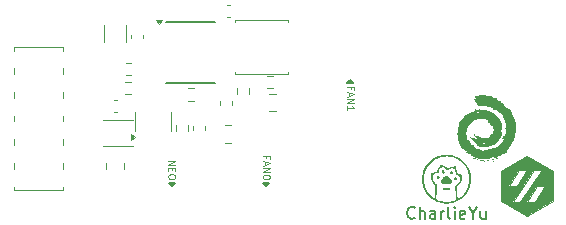
<source format=gbr>
%TF.GenerationSoftware,KiCad,Pcbnew,8.0.7*%
%TF.CreationDate,2024-12-31T14:53:55+08:00*%
%TF.ProjectId,SB-fan-board,53422d66-616e-42d6-926f-6172642e6b69,B0*%
%TF.SameCoordinates,Original*%
%TF.FileFunction,Legend,Top*%
%TF.FilePolarity,Positive*%
%FSLAX46Y46*%
G04 Gerber Fmt 4.6, Leading zero omitted, Abs format (unit mm)*
G04 Created by KiCad (PCBNEW 8.0.7) date 2024-12-31 14:53:55*
%MOMM*%
%LPD*%
G01*
G04 APERTURE LIST*
%ADD10C,0.150000*%
%ADD11C,0.100000*%
%ADD12C,0.120000*%
%ADD13C,0.000000*%
%ADD14C,0.020000*%
G04 APERTURE END LIST*
D10*
X157600000Y-87600000D02*
X157345999Y-87346000D01*
X157854001Y-87346000D01*
X157600000Y-87600000D01*
G36*
X157600000Y-87600000D02*
G01*
X157345999Y-87346000D01*
X157854001Y-87346000D01*
X157600000Y-87600000D01*
G37*
X165600000Y-87620400D02*
X165345999Y-87366400D01*
X165854001Y-87366400D01*
X165600000Y-87620400D01*
G36*
X165600000Y-87620400D02*
G01*
X165345999Y-87366400D01*
X165854001Y-87366400D01*
X165600000Y-87620400D01*
G37*
X173004001Y-78920327D02*
X172495999Y-78920327D01*
X172750000Y-78666327D01*
X173004001Y-78920327D01*
G36*
X173004001Y-78920327D02*
G01*
X172495999Y-78920327D01*
X172750000Y-78666327D01*
X173004001Y-78920327D01*
G37*
D11*
X157327628Y-85496069D02*
X157927628Y-85496069D01*
X157927628Y-85496069D02*
X157327628Y-85838926D01*
X157327628Y-85838926D02*
X157927628Y-85838926D01*
X157641914Y-86124640D02*
X157641914Y-86324640D01*
X157327628Y-86410354D02*
X157327628Y-86124640D01*
X157327628Y-86124640D02*
X157927628Y-86124640D01*
X157927628Y-86124640D02*
X157927628Y-86410354D01*
X157927628Y-86781782D02*
X157927628Y-86896068D01*
X157927628Y-86896068D02*
X157899057Y-86953211D01*
X157899057Y-86953211D02*
X157841914Y-87010354D01*
X157841914Y-87010354D02*
X157727628Y-87038925D01*
X157727628Y-87038925D02*
X157527628Y-87038925D01*
X157527628Y-87038925D02*
X157413342Y-87010354D01*
X157413342Y-87010354D02*
X157356200Y-86953211D01*
X157356200Y-86953211D02*
X157327628Y-86896068D01*
X157327628Y-86896068D02*
X157327628Y-86781782D01*
X157327628Y-86781782D02*
X157356200Y-86724640D01*
X157356200Y-86724640D02*
X157413342Y-86667497D01*
X157413342Y-86667497D02*
X157527628Y-86638925D01*
X157527628Y-86638925D02*
X157727628Y-86638925D01*
X157727628Y-86638925D02*
X157841914Y-86667497D01*
X157841914Y-86667497D02*
X157899057Y-86724640D01*
X157899057Y-86724640D02*
X157927628Y-86781782D01*
X172791914Y-79455973D02*
X172791914Y-79255973D01*
X172477628Y-79255973D02*
X173077628Y-79255973D01*
X173077628Y-79255973D02*
X173077628Y-79541687D01*
X172649057Y-79741687D02*
X172649057Y-80027402D01*
X172477628Y-79684544D02*
X173077628Y-79884544D01*
X173077628Y-79884544D02*
X172477628Y-80084544D01*
X172477628Y-80284545D02*
X173077628Y-80284545D01*
X173077628Y-80284545D02*
X172477628Y-80627402D01*
X172477628Y-80627402D02*
X173077628Y-80627402D01*
X172477628Y-81227401D02*
X172477628Y-80884544D01*
X172477628Y-81055973D02*
X173077628Y-81055973D01*
X173077628Y-81055973D02*
X172991914Y-80998830D01*
X172991914Y-80998830D02*
X172934771Y-80941687D01*
X172934771Y-80941687D02*
X172906200Y-80884544D01*
X165641914Y-85287896D02*
X165641914Y-85087896D01*
X165327628Y-85087896D02*
X165927628Y-85087896D01*
X165927628Y-85087896D02*
X165927628Y-85373610D01*
X165499057Y-85573610D02*
X165499057Y-85859325D01*
X165327628Y-85516467D02*
X165927628Y-85716467D01*
X165927628Y-85716467D02*
X165327628Y-85916467D01*
X165327628Y-86116468D02*
X165927628Y-86116468D01*
X165927628Y-86116468D02*
X165327628Y-86459325D01*
X165327628Y-86459325D02*
X165927628Y-86459325D01*
X165927628Y-86859324D02*
X165927628Y-86916467D01*
X165927628Y-86916467D02*
X165899057Y-86973610D01*
X165899057Y-86973610D02*
X165870485Y-87002182D01*
X165870485Y-87002182D02*
X165813342Y-87030753D01*
X165813342Y-87030753D02*
X165699057Y-87059324D01*
X165699057Y-87059324D02*
X165556200Y-87059324D01*
X165556200Y-87059324D02*
X165441914Y-87030753D01*
X165441914Y-87030753D02*
X165384771Y-87002182D01*
X165384771Y-87002182D02*
X165356200Y-86973610D01*
X165356200Y-86973610D02*
X165327628Y-86916467D01*
X165327628Y-86916467D02*
X165327628Y-86859324D01*
X165327628Y-86859324D02*
X165356200Y-86802182D01*
X165356200Y-86802182D02*
X165384771Y-86773610D01*
X165384771Y-86773610D02*
X165441914Y-86745039D01*
X165441914Y-86745039D02*
X165556200Y-86716467D01*
X165556200Y-86716467D02*
X165699057Y-86716467D01*
X165699057Y-86716467D02*
X165813342Y-86745039D01*
X165813342Y-86745039D02*
X165870485Y-86773610D01*
X165870485Y-86773610D02*
X165899057Y-86802182D01*
X165899057Y-86802182D02*
X165927628Y-86859324D01*
D10*
X178185713Y-90314580D02*
X178138094Y-90362200D01*
X178138094Y-90362200D02*
X177995237Y-90409819D01*
X177995237Y-90409819D02*
X177899999Y-90409819D01*
X177899999Y-90409819D02*
X177757142Y-90362200D01*
X177757142Y-90362200D02*
X177661904Y-90266961D01*
X177661904Y-90266961D02*
X177614285Y-90171723D01*
X177614285Y-90171723D02*
X177566666Y-89981247D01*
X177566666Y-89981247D02*
X177566666Y-89838390D01*
X177566666Y-89838390D02*
X177614285Y-89647914D01*
X177614285Y-89647914D02*
X177661904Y-89552676D01*
X177661904Y-89552676D02*
X177757142Y-89457438D01*
X177757142Y-89457438D02*
X177899999Y-89409819D01*
X177899999Y-89409819D02*
X177995237Y-89409819D01*
X177995237Y-89409819D02*
X178138094Y-89457438D01*
X178138094Y-89457438D02*
X178185713Y-89505057D01*
X178614285Y-90409819D02*
X178614285Y-89409819D01*
X179042856Y-90409819D02*
X179042856Y-89886009D01*
X179042856Y-89886009D02*
X178995237Y-89790771D01*
X178995237Y-89790771D02*
X178899999Y-89743152D01*
X178899999Y-89743152D02*
X178757142Y-89743152D01*
X178757142Y-89743152D02*
X178661904Y-89790771D01*
X178661904Y-89790771D02*
X178614285Y-89838390D01*
X179947618Y-90409819D02*
X179947618Y-89886009D01*
X179947618Y-89886009D02*
X179899999Y-89790771D01*
X179899999Y-89790771D02*
X179804761Y-89743152D01*
X179804761Y-89743152D02*
X179614285Y-89743152D01*
X179614285Y-89743152D02*
X179519047Y-89790771D01*
X179947618Y-90362200D02*
X179852380Y-90409819D01*
X179852380Y-90409819D02*
X179614285Y-90409819D01*
X179614285Y-90409819D02*
X179519047Y-90362200D01*
X179519047Y-90362200D02*
X179471428Y-90266961D01*
X179471428Y-90266961D02*
X179471428Y-90171723D01*
X179471428Y-90171723D02*
X179519047Y-90076485D01*
X179519047Y-90076485D02*
X179614285Y-90028866D01*
X179614285Y-90028866D02*
X179852380Y-90028866D01*
X179852380Y-90028866D02*
X179947618Y-89981247D01*
X180423809Y-90409819D02*
X180423809Y-89743152D01*
X180423809Y-89933628D02*
X180471428Y-89838390D01*
X180471428Y-89838390D02*
X180519047Y-89790771D01*
X180519047Y-89790771D02*
X180614285Y-89743152D01*
X180614285Y-89743152D02*
X180709523Y-89743152D01*
X181185714Y-90409819D02*
X181090476Y-90362200D01*
X181090476Y-90362200D02*
X181042857Y-90266961D01*
X181042857Y-90266961D02*
X181042857Y-89409819D01*
X181566667Y-90409819D02*
X181566667Y-89743152D01*
X181566667Y-89409819D02*
X181519048Y-89457438D01*
X181519048Y-89457438D02*
X181566667Y-89505057D01*
X181566667Y-89505057D02*
X181614286Y-89457438D01*
X181614286Y-89457438D02*
X181566667Y-89409819D01*
X181566667Y-89409819D02*
X181566667Y-89505057D01*
X182423809Y-90362200D02*
X182328571Y-90409819D01*
X182328571Y-90409819D02*
X182138095Y-90409819D01*
X182138095Y-90409819D02*
X182042857Y-90362200D01*
X182042857Y-90362200D02*
X181995238Y-90266961D01*
X181995238Y-90266961D02*
X181995238Y-89886009D01*
X181995238Y-89886009D02*
X182042857Y-89790771D01*
X182042857Y-89790771D02*
X182138095Y-89743152D01*
X182138095Y-89743152D02*
X182328571Y-89743152D01*
X182328571Y-89743152D02*
X182423809Y-89790771D01*
X182423809Y-89790771D02*
X182471428Y-89886009D01*
X182471428Y-89886009D02*
X182471428Y-89981247D01*
X182471428Y-89981247D02*
X181995238Y-90076485D01*
X183090476Y-89933628D02*
X183090476Y-90409819D01*
X182757143Y-89409819D02*
X183090476Y-89933628D01*
X183090476Y-89933628D02*
X183423809Y-89409819D01*
X184185714Y-89743152D02*
X184185714Y-90409819D01*
X183757143Y-89743152D02*
X183757143Y-90266961D01*
X183757143Y-90266961D02*
X183804762Y-90362200D01*
X183804762Y-90362200D02*
X183900000Y-90409819D01*
X183900000Y-90409819D02*
X184042857Y-90409819D01*
X184042857Y-90409819D02*
X184138095Y-90362200D01*
X184138095Y-90362200D02*
X184185714Y-90314580D01*
D12*
%TO.C,R2*%
X165702742Y-78317500D02*
X166177258Y-78317500D01*
X165702742Y-79362500D02*
X166177258Y-79362500D01*
%TO.C,L1*%
X162980000Y-73600000D02*
X162980000Y-73750000D01*
X162980000Y-73600000D02*
X167500000Y-73600000D01*
X162980000Y-78120000D02*
X162980000Y-77970000D01*
X162980000Y-78120000D02*
X167500000Y-78120000D01*
X167500000Y-73600000D02*
X167500000Y-73750000D01*
X167500000Y-78120000D02*
X167500000Y-77970000D01*
%TO.C,R3*%
X163157500Y-79362742D02*
X163157500Y-79837258D01*
X164202500Y-79362742D02*
X164202500Y-79837258D01*
%TO.C,U2*%
X154469999Y-82170000D02*
X154470000Y-81370000D01*
X154469999Y-82170000D02*
X154470000Y-82970000D01*
X157590001Y-82170000D02*
X157590000Y-81370000D01*
X157590001Y-82170000D02*
X157590000Y-82970000D01*
X154520000Y-83470000D02*
X154190000Y-83710000D01*
X154190000Y-83230000D01*
X154520000Y-83470000D01*
G36*
X154520000Y-83470000D02*
G01*
X154190000Y-83710000D01*
X154190000Y-83230000D01*
X154520000Y-83470000D01*
G37*
%TO.C,C1*%
X162274420Y-72350000D02*
X162555580Y-72350000D01*
X162274420Y-73370000D02*
X162555580Y-73370000D01*
%TO.C,C6*%
X152990581Y-80340000D02*
X152709419Y-80340000D01*
X152990581Y-81360000D02*
X152709419Y-81360000D01*
%TO.C,R1*%
X153712742Y-77227500D02*
X154187258Y-77227500D01*
X153712742Y-78272500D02*
X154187258Y-78272500D01*
%TO.C,R6*%
X159002742Y-79377500D02*
X159477258Y-79377500D01*
X159002742Y-80422500D02*
X159477258Y-80422500D01*
%TO.C,R5*%
X154177258Y-78837500D02*
X153702742Y-78837500D01*
X154177258Y-79882500D02*
X153702742Y-79882500D01*
%TO.C,L2*%
X154340000Y-82090000D02*
X151820000Y-82090000D01*
X154340000Y-84210000D02*
X151820000Y-84210000D01*
D13*
%TO.C,REF\u002A\u002A*%
G36*
X183412767Y-81143552D02*
G01*
X183411358Y-81157353D01*
X183399538Y-81165840D01*
X183343182Y-81189495D01*
X183302516Y-81185072D01*
X183292815Y-81165840D01*
X183315827Y-81146609D01*
X183366187Y-81139568D01*
X183412767Y-81143552D01*
G37*
G36*
X183834308Y-81131873D02*
G01*
X183839769Y-81139159D01*
X183833720Y-81162001D01*
X183814663Y-81165840D01*
X183778158Y-81151910D01*
X183773067Y-81139159D01*
X183792216Y-81113242D01*
X183798173Y-81112479D01*
X183834308Y-81131873D01*
G37*
G36*
X184135393Y-85554020D02*
G01*
X184133256Y-85568151D01*
X184110435Y-85593576D01*
X184106575Y-85594832D01*
X184085363Y-85576223D01*
X184079895Y-85568151D01*
X184086231Y-85545547D01*
X184106575Y-85541470D01*
X184135393Y-85554020D01*
G37*
G36*
X184908315Y-85528847D02*
G01*
X184909322Y-85558599D01*
X184874964Y-85585415D01*
X184858093Y-85590118D01*
X184820015Y-85578625D01*
X184813613Y-85556767D01*
X184836057Y-85522129D01*
X184869198Y-85514790D01*
X184908315Y-85528847D01*
G37*
G36*
X185208321Y-85296041D02*
G01*
X185213823Y-85315471D01*
X185197417Y-85360257D01*
X185159647Y-85362658D01*
X185133538Y-85341072D01*
X185110817Y-85307729D01*
X185110504Y-85299303D01*
X185178356Y-85288782D01*
X185208321Y-85296041D01*
G37*
G36*
X183484292Y-85337767D02*
G01*
X183531293Y-85356799D01*
X183588024Y-85386567D01*
X183601489Y-85405678D01*
X183577501Y-85424425D01*
X183571314Y-85427695D01*
X183519416Y-85438387D01*
X183470098Y-85406404D01*
X183431982Y-85357408D01*
X183438251Y-85333282D01*
X183484292Y-85337767D01*
G37*
G36*
X184461761Y-85457094D02*
G01*
X184466765Y-85488109D01*
X184451132Y-85529953D01*
X184400063Y-85541470D01*
X184345548Y-85526879D01*
X184333361Y-85498595D01*
X184349766Y-85468300D01*
X184373382Y-85471077D01*
X184407738Y-85471631D01*
X184413403Y-85460591D01*
X184433732Y-85435493D01*
X184440084Y-85434748D01*
X184461761Y-85457094D01*
G37*
G36*
X184838284Y-85375405D02*
G01*
X184907603Y-85393706D01*
X184956783Y-85416461D01*
X184967059Y-85428174D01*
X184968499Y-85446912D01*
X184949756Y-85455267D01*
X184900448Y-85454076D01*
X184810190Y-85444173D01*
X184793603Y-85442128D01*
X184729050Y-85425156D01*
X184705865Y-85399170D01*
X184726901Y-85372494D01*
X184770744Y-85366641D01*
X184838284Y-85375405D01*
G37*
G36*
X183796793Y-85401560D02*
G01*
X183872476Y-85412124D01*
X183930732Y-85427178D01*
X183948970Y-85436805D01*
X183991953Y-85454340D01*
X184009229Y-85450538D01*
X184036241Y-85455934D01*
X184053877Y-85488709D01*
X184049136Y-85523003D01*
X184046929Y-85525522D01*
X184016411Y-85537375D01*
X183957802Y-85533006D01*
X183861671Y-85511372D01*
X183821087Y-85500534D01*
X183720307Y-85470110D01*
X183663199Y-85444648D01*
X183640897Y-85419784D01*
X183639664Y-85411232D01*
X183662938Y-85399671D01*
X183721131Y-85396928D01*
X183796793Y-85401560D01*
G37*
G36*
X183206665Y-85246756D02*
G01*
X183277096Y-85266138D01*
X183329769Y-85289195D01*
X183346176Y-85307444D01*
X183326421Y-85321954D01*
X183303185Y-85317237D01*
X183272528Y-85315235D01*
X183275339Y-85340208D01*
X183277161Y-85383552D01*
X183243248Y-85392743D01*
X183204972Y-85377551D01*
X183173586Y-85345988D01*
X183173765Y-85326385D01*
X183164941Y-85306459D01*
X183135880Y-85301344D01*
X183084935Y-85290292D01*
X183064729Y-85265923D01*
X183068553Y-85261323D01*
X183106050Y-85261323D01*
X183119391Y-85274664D01*
X183132731Y-85261323D01*
X183119391Y-85247983D01*
X183106050Y-85261323D01*
X183068553Y-85261323D01*
X183085097Y-85241422D01*
X183089727Y-85239479D01*
X183137776Y-85236165D01*
X183206665Y-85246756D01*
G37*
G36*
X183996260Y-79961142D02*
G01*
X184113496Y-79961970D01*
X184179947Y-79962262D01*
X184254590Y-79967749D01*
X184299932Y-79981442D01*
X184306680Y-79990572D01*
X184330162Y-80008940D01*
X184388034Y-80018276D01*
X184401817Y-80018571D01*
X184481215Y-80025981D01*
X184544254Y-80043952D01*
X184546941Y-80045324D01*
X184594626Y-80057555D01*
X184611916Y-80047829D01*
X184648544Y-80032944D01*
X184707889Y-80047697D01*
X184772860Y-80086192D01*
X184803490Y-80113945D01*
X184873936Y-80160664D01*
X184984159Y-80189092D01*
X185010265Y-80192719D01*
X185097352Y-80208855D01*
X185150088Y-80229571D01*
X185160462Y-80243400D01*
X185177227Y-80285627D01*
X185208500Y-80327038D01*
X185252674Y-80384939D01*
X185274365Y-80425451D01*
X185312554Y-80461726D01*
X185385358Y-80472143D01*
X185458381Y-80483267D01*
X185510393Y-80510324D01*
X185512929Y-80513090D01*
X185572843Y-80581574D01*
X185610167Y-80615070D01*
X185634408Y-80621221D01*
X185642865Y-80617557D01*
X185663915Y-80624853D01*
X185667395Y-80643992D01*
X185681334Y-80680497D01*
X185694093Y-80685588D01*
X185724933Y-80704129D01*
X185782075Y-80753823D01*
X185856558Y-80825773D01*
X185939422Y-80911083D01*
X186021704Y-81000857D01*
X186080364Y-81069039D01*
X186139912Y-81133602D01*
X186188334Y-81173445D01*
X186217852Y-81183841D01*
X186220686Y-81160060D01*
X186218157Y-81152802D01*
X186211020Y-81116410D01*
X186229661Y-81119174D01*
X186268248Y-81157258D01*
X186312692Y-81214986D01*
X186361202Y-81295379D01*
X186395782Y-81373739D01*
X186401728Y-81394511D01*
X186425174Y-81476015D01*
X186461120Y-81574981D01*
X186503221Y-81676625D01*
X186545132Y-81766162D01*
X186580508Y-81828808D01*
X186596131Y-81847474D01*
X186617664Y-81883570D01*
X186645300Y-81956833D01*
X186675929Y-82055102D01*
X186706441Y-82166216D01*
X186733725Y-82278015D01*
X186754673Y-82378337D01*
X186766173Y-82455021D01*
X186765115Y-82495906D01*
X186762744Y-82498983D01*
X186752416Y-82531094D01*
X186746484Y-82603897D01*
X186745713Y-82704846D01*
X186747168Y-82754024D01*
X186749042Y-82876722D01*
X186745529Y-82992538D01*
X186737388Y-83081386D01*
X186734071Y-83100189D01*
X186715237Y-83202563D01*
X186699928Y-83308595D01*
X186698945Y-83317089D01*
X186683779Y-83401913D01*
X186661939Y-83472119D01*
X186656879Y-83482763D01*
X186634898Y-83534427D01*
X186630698Y-83559350D01*
X186633585Y-83627212D01*
X186623576Y-83689167D01*
X186604703Y-83724725D01*
X186597678Y-83727185D01*
X186556950Y-83747468D01*
X186510084Y-83794507D01*
X186475309Y-83847586D01*
X186467815Y-83874744D01*
X186449151Y-83917540D01*
X186426580Y-83941638D01*
X186398460Y-83985059D01*
X186398791Y-84010901D01*
X186392267Y-84054415D01*
X186379619Y-84066658D01*
X186350906Y-84100355D01*
X186309627Y-84166687D01*
X186273531Y-84234117D01*
X186210942Y-84355765D01*
X186164784Y-84436659D01*
X186130085Y-84484928D01*
X186107626Y-84505257D01*
X186021227Y-84579349D01*
X185980627Y-84661498D01*
X185975143Y-84717996D01*
X185968419Y-84785783D01*
X185946823Y-84803649D01*
X185944560Y-84802916D01*
X185906580Y-84812488D01*
X185876938Y-84841668D01*
X185825068Y-84884816D01*
X185760777Y-84911420D01*
X185692287Y-84933461D01*
X185602709Y-84970081D01*
X185504360Y-85015185D01*
X185409555Y-85062679D01*
X185330610Y-85106469D01*
X185279838Y-85140461D01*
X185267643Y-85155446D01*
X185244095Y-85178338D01*
X185184674Y-85205759D01*
X185143346Y-85219537D01*
X185055306Y-85240097D01*
X184997763Y-85237744D01*
X184970283Y-85225362D01*
X184909512Y-85202611D01*
X184835188Y-85193925D01*
X184765215Y-85198672D01*
X184717497Y-85216221D01*
X184706891Y-85234643D01*
X184683042Y-85267263D01*
X184633519Y-85277759D01*
X184593162Y-85282951D01*
X184603178Y-85292047D01*
X184606838Y-85293055D01*
X184649559Y-85314336D01*
X184645834Y-85336729D01*
X184601627Y-85351313D01*
X184566817Y-85352903D01*
X184486462Y-85354448D01*
X184386076Y-85360422D01*
X184346701Y-85363781D01*
X184254778Y-85367083D01*
X184133644Y-85364254D01*
X184007018Y-85355938D01*
X183986512Y-85354011D01*
X183868683Y-85342707D01*
X183759599Y-85332834D01*
X183679080Y-85326175D01*
X183666344Y-85325261D01*
X183595812Y-85315868D01*
X183548738Y-85301436D01*
X183546281Y-85299878D01*
X183503770Y-85281369D01*
X183435231Y-85261382D01*
X183426218Y-85259240D01*
X183360993Y-85244091D01*
X183318756Y-85232285D01*
X183278442Y-85216217D01*
X183218988Y-85188281D01*
X183186092Y-85172541D01*
X183069684Y-85110795D01*
X182992459Y-85056470D01*
X182958270Y-85012896D01*
X182968825Y-84984708D01*
X182972147Y-84981176D01*
X183026008Y-84981176D01*
X183035770Y-85003137D01*
X183043795Y-84998963D01*
X183046988Y-84967300D01*
X183043795Y-84963389D01*
X183027934Y-84967052D01*
X183026008Y-84981176D01*
X182972147Y-84981176D01*
X182991649Y-84960441D01*
X182968825Y-84938036D01*
X182918902Y-84912407D01*
X182858564Y-84889034D01*
X182805821Y-84873616D01*
X185587353Y-84873616D01*
X185606910Y-84888296D01*
X185627374Y-84884102D01*
X185662479Y-84865164D01*
X185667395Y-84858259D01*
X185645608Y-84848932D01*
X185627374Y-84847773D01*
X185591861Y-84861736D01*
X185587353Y-84873616D01*
X182805821Y-84873616D01*
X182804764Y-84873307D01*
X182774452Y-84870616D01*
X182773445Y-84875915D01*
X182768322Y-84907249D01*
X182760629Y-84913592D01*
X182724688Y-84911067D01*
X182667873Y-84885469D01*
X182606182Y-84847160D01*
X182555615Y-84806502D01*
X182553319Y-84803305D01*
X183595196Y-84803305D01*
X183598858Y-84819167D01*
X183612983Y-84821092D01*
X183634944Y-84811330D01*
X183630770Y-84803305D01*
X183599106Y-84800112D01*
X183595196Y-84803305D01*
X182553319Y-84803305D01*
X182545061Y-84791806D01*
X185684503Y-84791806D01*
X185688849Y-84794412D01*
X185720115Y-84773111D01*
X185730493Y-84754160D01*
X185765155Y-84713043D01*
X185810448Y-84684516D01*
X185871626Y-84637884D01*
X185903528Y-84592415D01*
X185920180Y-84549074D01*
X185904958Y-84543503D01*
X185866449Y-84559619D01*
X185817999Y-84588348D01*
X185800798Y-84609882D01*
X185785061Y-84641479D01*
X185745877Y-84695071D01*
X185731725Y-84712322D01*
X185694761Y-84762909D01*
X185684503Y-84791806D01*
X182545061Y-84791806D01*
X182532172Y-84773858D01*
X182533275Y-84766340D01*
X182565307Y-84751964D01*
X182574280Y-84755530D01*
X182597536Y-84752154D01*
X182599117Y-84743564D01*
X182578347Y-84710172D01*
X182550010Y-84689965D01*
X182500055Y-84655550D01*
X182434817Y-84601440D01*
X182413785Y-84582304D01*
X182350396Y-84532299D01*
X182294922Y-84503603D01*
X182280263Y-84500924D01*
X182219883Y-84477938D01*
X182207033Y-84463908D01*
X182528247Y-84463908D01*
X182532416Y-84474243D01*
X182556391Y-84499696D01*
X182560671Y-84500924D01*
X182572131Y-84480282D01*
X182572437Y-84474243D01*
X182551926Y-84448588D01*
X182544181Y-84447563D01*
X182528247Y-84463908D01*
X182207033Y-84463908D01*
X182169048Y-84422435D01*
X182145691Y-84354594D01*
X182145546Y-84349305D01*
X182128119Y-84294178D01*
X182085498Y-84230746D01*
X182078844Y-84223298D01*
X182034066Y-84161443D01*
X182012492Y-84105035D01*
X182012143Y-84099339D01*
X181999390Y-84056759D01*
X181982350Y-84047353D01*
X181970683Y-84034012D01*
X182145546Y-84034012D01*
X182158886Y-84047353D01*
X182172227Y-84034012D01*
X182158886Y-84020672D01*
X182145546Y-84034012D01*
X181970683Y-84034012D01*
X181963953Y-84026317D01*
X181966177Y-83995271D01*
X181966831Y-83949506D01*
X181954916Y-83934895D01*
X181928589Y-83901807D01*
X181900963Y-83826869D01*
X181898160Y-83815969D01*
X182019586Y-83815969D01*
X182031869Y-83838734D01*
X182038316Y-83846637D01*
X182075920Y-83883640D01*
X182091336Y-83875111D01*
X182092185Y-83863443D01*
X182070800Y-83834789D01*
X182048390Y-83822811D01*
X182019586Y-83815969D01*
X181898160Y-83815969D01*
X181873864Y-83721503D01*
X181871455Y-83709398D01*
X181994356Y-83709398D01*
X181998018Y-83725259D01*
X182012143Y-83727185D01*
X182034104Y-83717423D01*
X182029930Y-83709398D01*
X181998266Y-83706204D01*
X181994356Y-83709398D01*
X181871455Y-83709398D01*
X181856411Y-83633802D01*
X181985462Y-83633802D01*
X181998802Y-83647143D01*
X182012143Y-83633802D01*
X181998802Y-83620462D01*
X181985462Y-83633802D01*
X181856411Y-83633802D01*
X181849113Y-83597128D01*
X181834352Y-83502468D01*
X181867050Y-83502468D01*
X181881287Y-83515314D01*
X181926238Y-83526321D01*
X181940345Y-83521984D01*
X181943790Y-83498330D01*
X181929553Y-83485484D01*
X181884602Y-83474477D01*
X181870495Y-83478814D01*
X181867050Y-83502468D01*
X181834352Y-83502468D01*
X181828535Y-83465166D01*
X181814796Y-83344444D01*
X181862118Y-83344444D01*
X181891328Y-83377122D01*
X181906995Y-83380336D01*
X181927398Y-83357975D01*
X181932101Y-83326975D01*
X181918022Y-83281574D01*
X181886696Y-83278003D01*
X181865399Y-83300294D01*
X181862118Y-83344444D01*
X181814796Y-83344444D01*
X181813953Y-83337037D01*
X181807192Y-83224161D01*
X181810000Y-83140210D01*
X181985462Y-83140210D01*
X181995224Y-83162171D01*
X182003249Y-83157997D01*
X182006442Y-83126333D01*
X182003249Y-83122423D01*
X181987387Y-83126085D01*
X181985462Y-83140210D01*
X181810000Y-83140210D01*
X181810075Y-83137959D01*
X181820846Y-83095316D01*
X181826380Y-83073508D01*
X182145546Y-83073508D01*
X182158886Y-83086849D01*
X182172227Y-83073508D01*
X182158886Y-83060168D01*
X182145546Y-83073508D01*
X181826380Y-83073508D01*
X181835241Y-83038585D01*
X181821804Y-83013905D01*
X181809440Y-82981495D01*
X181823053Y-82968222D01*
X181845662Y-82930154D01*
X181852059Y-82886101D01*
X181853754Y-82872968D01*
X181972391Y-82872968D01*
X181978187Y-82896171D01*
X181997228Y-82900084D01*
X182033818Y-82893897D01*
X182038823Y-82888318D01*
X182019272Y-82863414D01*
X181984093Y-82862859D01*
X181972391Y-82872968D01*
X181853754Y-82872968D01*
X181860508Y-82820623D01*
X181876359Y-82756345D01*
X181994633Y-82756345D01*
X181998802Y-82766680D01*
X182022778Y-82792133D01*
X182027058Y-82793361D01*
X182038517Y-82772719D01*
X182038823Y-82766680D01*
X182018312Y-82741025D01*
X182010568Y-82740000D01*
X181994633Y-82756345D01*
X181876359Y-82756345D01*
X181881620Y-82735009D01*
X181890223Y-82707581D01*
X181896519Y-82686638D01*
X182038823Y-82686638D01*
X182048585Y-82708600D01*
X182056610Y-82704426D01*
X182059804Y-82672762D01*
X182056610Y-82668851D01*
X182040749Y-82672514D01*
X182038823Y-82686638D01*
X181896519Y-82686638D01*
X181924150Y-82594733D01*
X181942752Y-82512765D01*
X182026401Y-82512765D01*
X182027738Y-82556795D01*
X182028335Y-82557850D01*
X182048675Y-82556627D01*
X182078046Y-82517236D01*
X182110078Y-82452599D01*
X182138403Y-82375639D01*
X182156652Y-82299277D01*
X182157039Y-82296718D01*
X182159533Y-82273088D01*
X182305630Y-82273088D01*
X182318970Y-82286428D01*
X182332311Y-82273088D01*
X182318970Y-82259748D01*
X182305630Y-82273088D01*
X182159533Y-82273088D01*
X182162827Y-82241887D01*
X182159389Y-82226159D01*
X182155445Y-82233067D01*
X182123789Y-82288719D01*
X182105822Y-82313109D01*
X182072057Y-82370030D01*
X182043379Y-82443546D01*
X182026401Y-82512765D01*
X181942752Y-82512765D01*
X181945608Y-82500182D01*
X181953214Y-82433141D01*
X181945583Y-82402824D01*
X181935794Y-82404209D01*
X181907704Y-82409897D01*
X181904894Y-82381362D01*
X181922744Y-82328582D01*
X181956631Y-82261531D01*
X182001937Y-82190185D01*
X182054041Y-82124519D01*
X182060365Y-82117981D01*
X182153275Y-82117981D01*
X182176443Y-82126322D01*
X182179446Y-82126344D01*
X182223581Y-82104766D01*
X182235236Y-82086323D01*
X182237344Y-82051890D01*
X182228018Y-82046302D01*
X182193991Y-82064520D01*
X182172227Y-82086323D01*
X182153275Y-82117981D01*
X182060365Y-82117981D01*
X182075721Y-82102106D01*
X182127205Y-82044692D01*
X182153581Y-81999322D01*
X182153613Y-81996090D01*
X182252269Y-81996090D01*
X182268707Y-82010556D01*
X182278949Y-82006281D01*
X182304634Y-81970937D01*
X182305630Y-81963111D01*
X182289191Y-81948646D01*
X182278949Y-81952920D01*
X182253265Y-81988264D01*
X182252269Y-81996090D01*
X182153613Y-81996090D01*
X182153726Y-81984591D01*
X182154683Y-81970543D01*
X182165762Y-81975605D01*
X182196273Y-81966159D01*
X182244476Y-81923140D01*
X182281232Y-81879675D01*
X182290179Y-81868431D01*
X185035952Y-81868431D01*
X185039615Y-81884293D01*
X185053739Y-81886218D01*
X185075701Y-81876456D01*
X185071526Y-81868431D01*
X185039863Y-81865238D01*
X185035952Y-81868431D01*
X182290179Y-81868431D01*
X182336609Y-81810077D01*
X182346502Y-81798618D01*
X182655184Y-81798618D01*
X182681918Y-81793020D01*
X182686980Y-81791121D01*
X182719652Y-81769984D01*
X182719886Y-81757968D01*
X182691662Y-81760960D01*
X182672045Y-81776185D01*
X182655184Y-81798618D01*
X182346502Y-81798618D01*
X182382935Y-81756417D01*
X182400525Y-81738809D01*
X182432843Y-81690549D01*
X182443086Y-81658767D01*
X182465566Y-81620986D01*
X182839243Y-81620986D01*
X182859594Y-81645374D01*
X182865924Y-81646092D01*
X182889339Y-81624375D01*
X182892605Y-81604497D01*
X182879670Y-81576881D01*
X182865924Y-81579391D01*
X182840261Y-81613501D01*
X182839243Y-81620986D01*
X182465566Y-81620986D01*
X182466403Y-81619580D01*
X182522567Y-81614174D01*
X182522867Y-81614209D01*
X182591443Y-81605395D01*
X182633860Y-81580858D01*
X182672226Y-81547756D01*
X182688545Y-81539370D01*
X182716364Y-81527514D01*
X182719325Y-81526029D01*
X182972647Y-81526029D01*
X182985987Y-81539370D01*
X182999328Y-81526029D01*
X183052689Y-81526029D01*
X183066029Y-81539370D01*
X183079370Y-81526029D01*
X183066029Y-81512689D01*
X183052689Y-81526029D01*
X182999328Y-81526029D01*
X182985987Y-81512689D01*
X182972647Y-81526029D01*
X182719325Y-81526029D01*
X182779593Y-81495805D01*
X182866843Y-81450027D01*
X182910567Y-81426565D01*
X182950929Y-81405966D01*
X183132731Y-81405966D01*
X183153034Y-81431872D01*
X183159412Y-81432647D01*
X183185317Y-81412344D01*
X183186092Y-81405966D01*
X183172855Y-81389077D01*
X183461546Y-81389077D01*
X183468815Y-81410134D01*
X183504382Y-81425101D01*
X183542622Y-81420573D01*
X183614697Y-81401026D01*
X183651045Y-81392192D01*
X183709118Y-81367799D01*
X183731087Y-81351034D01*
X183733836Y-81335109D01*
X183694220Y-81332703D01*
X183626323Y-81340469D01*
X183530060Y-81356047D01*
X183478090Y-81370942D01*
X183461546Y-81389077D01*
X183172855Y-81389077D01*
X183165789Y-81380061D01*
X183159412Y-81379286D01*
X183133506Y-81399589D01*
X183132731Y-81405966D01*
X182950929Y-81405966D01*
X183012916Y-81374330D01*
X183063959Y-81351275D01*
X183298953Y-81351275D01*
X183308831Y-81374039D01*
X183337535Y-81379286D01*
X183390244Y-81358437D01*
X183418342Y-81328622D01*
X183435648Y-81293816D01*
X183417072Y-81287977D01*
X183379807Y-81296725D01*
X183324688Y-81321448D01*
X183298953Y-81351275D01*
X183063959Y-81351275D01*
X183104897Y-81332784D01*
X183171292Y-81308616D01*
X183186092Y-81305447D01*
X183255699Y-81283657D01*
X183257716Y-81282528D01*
X183781987Y-81282528D01*
X183804181Y-81302548D01*
X183857108Y-81324283D01*
X183890098Y-81304057D01*
X183891722Y-81301522D01*
X183891361Y-81299243D01*
X183986512Y-81299243D01*
X183996274Y-81321205D01*
X184004300Y-81317031D01*
X184007493Y-81285367D01*
X184004300Y-81281456D01*
X183988438Y-81285119D01*
X183986512Y-81299243D01*
X183891361Y-81299243D01*
X183887482Y-81274720D01*
X183850343Y-81260976D01*
X183804181Y-81266866D01*
X183781987Y-81282528D01*
X183257716Y-81282528D01*
X183325085Y-81244827D01*
X183424826Y-81202392D01*
X183518520Y-81192521D01*
X183598047Y-81187373D01*
X183634508Y-81169841D01*
X183639664Y-81152500D01*
X183654070Y-81116994D01*
X183666344Y-81112479D01*
X183690495Y-81133873D01*
X183693025Y-81149607D01*
X183717389Y-81180093D01*
X183781296Y-81206277D01*
X183870967Y-81225931D01*
X183972624Y-81236831D01*
X184072488Y-81236751D01*
X184154391Y-81224138D01*
X184227098Y-81211213D01*
X184258928Y-81222737D01*
X184259139Y-81223321D01*
X184288626Y-81239798D01*
X184351801Y-81249581D01*
X184375976Y-81250551D01*
X184479936Y-81268305D01*
X184548871Y-81304360D01*
X184613508Y-81356674D01*
X184540136Y-81344999D01*
X184487335Y-81343661D01*
X184466765Y-81356305D01*
X184488125Y-81377301D01*
X184502686Y-81379286D01*
X184552988Y-81391354D01*
X184633586Y-81423123D01*
X184728379Y-81467936D01*
X184769520Y-81489573D01*
X184815607Y-81504843D01*
X184834285Y-81500910D01*
X184821595Y-81483140D01*
X184771736Y-81455828D01*
X184738305Y-81441653D01*
X184667874Y-81407923D01*
X184629695Y-81377565D01*
X184629974Y-81357261D01*
X184655614Y-81352605D01*
X184699478Y-81363821D01*
X184769612Y-81392949D01*
X184853142Y-81433210D01*
X184937195Y-81477823D01*
X185008896Y-81520007D01*
X185055371Y-81552984D01*
X185065563Y-81568504D01*
X185033443Y-81581710D01*
X185025215Y-81578251D01*
X185001981Y-81582185D01*
X185000378Y-81591156D01*
X185015053Y-81618631D01*
X185020388Y-81619746D01*
X185054739Y-81637121D01*
X185115452Y-81682169D01*
X185190852Y-81745135D01*
X185269263Y-81816268D01*
X185339010Y-81885815D01*
X185339389Y-81886218D01*
X185391920Y-81953959D01*
X185423272Y-82017083D01*
X185427141Y-82038306D01*
X185446734Y-82096851D01*
X185473960Y-82123137D01*
X185514065Y-82168901D01*
X185527515Y-82211175D01*
X185544157Y-82354762D01*
X185557677Y-82453782D01*
X185569590Y-82516826D01*
X185581410Y-82552487D01*
X185589939Y-82565241D01*
X185613167Y-82611997D01*
X185609236Y-82657922D01*
X185581764Y-82681466D01*
X185570483Y-82681138D01*
X185531467Y-82696709D01*
X185516350Y-82739485D01*
X185511178Y-82784440D01*
X185522811Y-82781185D01*
X185542487Y-82755453D01*
X185576780Y-82723124D01*
X185595218Y-82732614D01*
X185595154Y-82774041D01*
X185573939Y-82837525D01*
X185567861Y-82850152D01*
X185526570Y-82944960D01*
X185517346Y-83004810D01*
X185536504Y-83035040D01*
X185548566Y-83072693D01*
X185535106Y-83123938D01*
X185521479Y-83173732D01*
X185534072Y-83180181D01*
X185558546Y-83141629D01*
X185560672Y-83125295D01*
X185575590Y-83090812D01*
X185587353Y-83086849D01*
X185610153Y-83107121D01*
X185608861Y-83155672D01*
X185585243Y-83214103D01*
X185573460Y-83231616D01*
X185546111Y-83289325D01*
X185523692Y-83373094D01*
X185518250Y-83406129D01*
X185483816Y-83525916D01*
X185411232Y-83631167D01*
X185359358Y-83693590D01*
X185326538Y-83741020D01*
X185320546Y-83755888D01*
X185302863Y-83783662D01*
X185255470Y-83839062D01*
X185186847Y-83912448D01*
X185147055Y-83953047D01*
X185045090Y-84049215D01*
X184968852Y-84105919D01*
X184912961Y-84127052D01*
X184906091Y-84127395D01*
X184849296Y-84141539D01*
X184823262Y-84167416D01*
X184787553Y-84198514D01*
X184744057Y-84207437D01*
X184695286Y-84216111D01*
X184680210Y-84231772D01*
X184656043Y-84249827D01*
X184593050Y-84269649D01*
X184505495Y-84287615D01*
X184412934Y-84299632D01*
X184353983Y-84316166D01*
X184339562Y-84323667D01*
X184297749Y-84335218D01*
X184286670Y-84332172D01*
X184251725Y-84329528D01*
X184180099Y-84334223D01*
X184094480Y-84344308D01*
X183986532Y-84355197D01*
X183898350Y-84350724D01*
X183802103Y-84328230D01*
X183747632Y-84311155D01*
X183590427Y-84250162D01*
X183481799Y-84186326D01*
X183466458Y-84169142D01*
X183589023Y-84169142D01*
X183594787Y-84191634D01*
X183629672Y-84217680D01*
X183672676Y-84232519D01*
X183679685Y-84232860D01*
X183682428Y-84219621D01*
X183675200Y-84212756D01*
X183813088Y-84212756D01*
X183879790Y-84234117D01*
X183967238Y-84255198D01*
X184020939Y-84253372D01*
X184020970Y-84253312D01*
X184097786Y-84253312D01*
X184109184Y-84267853D01*
X184145206Y-84274009D01*
X184185838Y-84255257D01*
X184198278Y-84234117D01*
X184266659Y-84234117D01*
X184268775Y-84258703D01*
X184278425Y-84260798D01*
X184305595Y-84241430D01*
X184306680Y-84234117D01*
X184297577Y-84208130D01*
X184294915Y-84207437D01*
X184272136Y-84226133D01*
X184266659Y-84234117D01*
X184198278Y-84234117D01*
X184199958Y-84231263D01*
X184177586Y-84211897D01*
X184146596Y-84207437D01*
X184100279Y-84220754D01*
X184097786Y-84253312D01*
X184020970Y-84253312D01*
X184033670Y-84228954D01*
X184033204Y-84227447D01*
X184003400Y-84198197D01*
X183990959Y-84196765D01*
X183942333Y-84201060D01*
X183886460Y-84206094D01*
X183813088Y-84212756D01*
X183675200Y-84212756D01*
X183654952Y-84193524D01*
X183647934Y-84189650D01*
X183755280Y-84189650D01*
X183758942Y-84205511D01*
X183773067Y-84207437D01*
X183795028Y-84197675D01*
X183790854Y-84189650D01*
X183759190Y-84186456D01*
X183755280Y-84189650D01*
X183647934Y-84189650D01*
X183610483Y-84168978D01*
X183589023Y-84169142D01*
X183466458Y-84169142D01*
X183441099Y-84140735D01*
X183479580Y-84140735D01*
X183492920Y-84154075D01*
X183506260Y-84140735D01*
X183497930Y-84132405D01*
X184418528Y-84132405D01*
X184428190Y-84142844D01*
X184453424Y-84154075D01*
X184498685Y-84173129D01*
X184513456Y-84178881D01*
X184519940Y-84160276D01*
X184520126Y-84154075D01*
X184497587Y-84133981D01*
X184460094Y-84129270D01*
X184418528Y-84132405D01*
X183497930Y-84132405D01*
X183492920Y-84127395D01*
X183479580Y-84140735D01*
X183441099Y-84140735D01*
X183423375Y-84120881D01*
X183421479Y-84105792D01*
X184573487Y-84105792D01*
X184589152Y-84123267D01*
X184621063Y-84112379D01*
X184646594Y-84081320D01*
X184647421Y-84079018D01*
X184639085Y-84058929D01*
X184615738Y-84063529D01*
X184579040Y-84090792D01*
X184573487Y-84105792D01*
X183421479Y-84105792D01*
X183415630Y-84059228D01*
X183418198Y-84009038D01*
X183401625Y-83998808D01*
X183933151Y-83998808D01*
X183956079Y-84039725D01*
X184010238Y-84073239D01*
X184073688Y-84087432D01*
X184093235Y-84085785D01*
X184154384Y-84078123D01*
X184186141Y-84076075D01*
X184209645Y-84068841D01*
X184194105Y-84046625D01*
X184137923Y-84005332D01*
X184072336Y-83967311D01*
X184226638Y-83967311D01*
X184236400Y-83989272D01*
X184244426Y-83985098D01*
X184246016Y-83969328D01*
X184786933Y-83969328D01*
X184806604Y-83981553D01*
X184826954Y-83976959D01*
X184862248Y-83951231D01*
X184866975Y-83938613D01*
X184847303Y-83926388D01*
X184826954Y-83930982D01*
X184791659Y-83956710D01*
X184786933Y-83969328D01*
X184246016Y-83969328D01*
X184247619Y-83953434D01*
X184244426Y-83949524D01*
X184228564Y-83953186D01*
X184226638Y-83967311D01*
X184072336Y-83967311D01*
X184065405Y-83963293D01*
X184019194Y-83956362D01*
X184002541Y-83965080D01*
X183964213Y-83980916D01*
X183950707Y-83975973D01*
X183935556Y-83980870D01*
X183933151Y-83998808D01*
X183401625Y-83998808D01*
X183386384Y-83989400D01*
X183326166Y-83992000D01*
X183295427Y-83978227D01*
X183292815Y-83967354D01*
X183271504Y-83915219D01*
X183270392Y-83913949D01*
X183853109Y-83913949D01*
X183862871Y-83935911D01*
X183870896Y-83931736D01*
X183872360Y-83917216D01*
X184093235Y-83917216D01*
X184099122Y-83955730D01*
X184124035Y-83947987D01*
X184132962Y-83940874D01*
X184159367Y-83903295D01*
X184158068Y-83884246D01*
X184125863Y-83860446D01*
X184099735Y-83881439D01*
X184093235Y-83917216D01*
X183872360Y-83917216D01*
X183874089Y-83900073D01*
X183870896Y-83896162D01*
X183855035Y-83899825D01*
X183853109Y-83913949D01*
X183270392Y-83913949D01*
X183206306Y-83840736D01*
X183168911Y-83805652D01*
X183452899Y-83805652D01*
X183472267Y-83832822D01*
X183479580Y-83833907D01*
X183505567Y-83824804D01*
X183506260Y-83822142D01*
X183487564Y-83799362D01*
X183479580Y-83793886D01*
X183454994Y-83796002D01*
X183452899Y-83805652D01*
X183168911Y-83805652D01*
X183161509Y-83798707D01*
X183128545Y-83767206D01*
X183372857Y-83767206D01*
X183386197Y-83780546D01*
X183399538Y-83767206D01*
X183386197Y-83753865D01*
X183372857Y-83767206D01*
X183128545Y-83767206D01*
X183077650Y-83718569D01*
X183023836Y-83661587D01*
X183251030Y-83661587D01*
X183255630Y-83684934D01*
X183280369Y-83718455D01*
X183306868Y-83726106D01*
X183315664Y-83704327D01*
X183313381Y-83695501D01*
X183280728Y-83657659D01*
X183271119Y-83653251D01*
X183251030Y-83661587D01*
X183023836Y-83661587D01*
X182999982Y-83636328D01*
X182937646Y-83562543D01*
X182899782Y-83507777D01*
X182892605Y-83488012D01*
X182906174Y-83459160D01*
X182941163Y-83469235D01*
X182988995Y-83513031D01*
X183033910Y-83573771D01*
X183074347Y-83624467D01*
X183108542Y-83647066D01*
X183109932Y-83647143D01*
X183122357Y-83632593D01*
X183105515Y-83606477D01*
X183082327Y-83564545D01*
X183098629Y-83550429D01*
X183146676Y-83567126D01*
X183170437Y-83581378D01*
X183222365Y-83609546D01*
X183237421Y-83599635D01*
X183217639Y-83549665D01*
X183212701Y-83540285D01*
X183196008Y-83491512D01*
X183209262Y-83475884D01*
X183241774Y-83491961D01*
X183282853Y-83538304D01*
X183291006Y-83550833D01*
X183334332Y-83608481D01*
X183386314Y-83661396D01*
X183435398Y-83700142D01*
X183470031Y-83715284D01*
X183479580Y-83704836D01*
X183464976Y-83663181D01*
X183427729Y-83599609D01*
X183377681Y-83527392D01*
X183368234Y-83515347D01*
X183483819Y-83515347D01*
X183484473Y-83528282D01*
X183490905Y-83549272D01*
X183505197Y-83606892D01*
X183508367Y-83629314D01*
X183514819Y-83644897D01*
X183523595Y-83628137D01*
X183523523Y-83626674D01*
X183603991Y-83626674D01*
X183605079Y-83662183D01*
X183614440Y-83690997D01*
X183652142Y-83760403D01*
X183696536Y-83801840D01*
X183713112Y-83806818D01*
X183709586Y-83789440D01*
X183862003Y-83789440D01*
X183865665Y-83805301D01*
X183879790Y-83807227D01*
X183901751Y-83797465D01*
X183897577Y-83789440D01*
X183865913Y-83786246D01*
X183862003Y-83789440D01*
X183709586Y-83789440D01*
X183708787Y-83785505D01*
X183701974Y-83766951D01*
X183942517Y-83766951D01*
X183964324Y-83813920D01*
X183994491Y-83852068D01*
X184011634Y-83860588D01*
X184024558Y-83839297D01*
X184020815Y-83806811D01*
X184012588Y-83789440D01*
X184208851Y-83789440D01*
X184212514Y-83805301D01*
X184226638Y-83807227D01*
X184248600Y-83797465D01*
X184244426Y-83789440D01*
X184212762Y-83786246D01*
X184208851Y-83789440D01*
X184012588Y-83789440D01*
X183995247Y-83752825D01*
X183971754Y-83736078D01*
X184155490Y-83736078D01*
X184159152Y-83751940D01*
X184173277Y-83753865D01*
X184195238Y-83744103D01*
X184191064Y-83736078D01*
X184159401Y-83732885D01*
X184155490Y-83736078D01*
X183971754Y-83736078D01*
X183961786Y-83728972D01*
X183942555Y-83735568D01*
X183942517Y-83766951D01*
X183701974Y-83766951D01*
X183689380Y-83732650D01*
X183685219Y-83722334D01*
X183652948Y-83660684D01*
X183632847Y-83638469D01*
X183748363Y-83638469D01*
X183763023Y-83686132D01*
X183782797Y-83716859D01*
X183792149Y-83716996D01*
X183790672Y-83687157D01*
X183776324Y-83655814D01*
X183752733Y-83624469D01*
X183748363Y-83638469D01*
X183632847Y-83638469D01*
X183622909Y-83627486D01*
X183603991Y-83626674D01*
X183523523Y-83626674D01*
X183521277Y-83581310D01*
X183506134Y-83548095D01*
X183483819Y-83515347D01*
X183368234Y-83515347D01*
X183324675Y-83459807D01*
X183278555Y-83410128D01*
X183249165Y-83391631D01*
X183247595Y-83391980D01*
X183207879Y-83388653D01*
X183193655Y-83343993D01*
X183201388Y-83288661D01*
X183212070Y-83253926D01*
X183227192Y-83244824D01*
X183256122Y-83265542D01*
X183308231Y-83320267D01*
X183332985Y-83347465D01*
X183403790Y-83417132D01*
X183452759Y-83448740D01*
X183475911Y-83441766D01*
X183469269Y-83395689D01*
X183456234Y-83363661D01*
X183436638Y-83309951D01*
X183435225Y-83282394D01*
X183458780Y-83292347D01*
X183505105Y-83329925D01*
X183561583Y-83382813D01*
X183615597Y-83438696D01*
X183654527Y-83485261D01*
X183666344Y-83507948D01*
X183688405Y-83522659D01*
X183730098Y-83520833D01*
X183798165Y-83526321D01*
X183863723Y-83554428D01*
X183929969Y-83582296D01*
X184023931Y-83604047D01*
X184085795Y-83611635D01*
X184184930Y-83612685D01*
X184289551Y-83603751D01*
X184385604Y-83587353D01*
X184459034Y-83566015D01*
X184495784Y-83542258D01*
X184497447Y-83537759D01*
X184503481Y-83489417D01*
X184504117Y-83482441D01*
X184523433Y-83444103D01*
X184551392Y-83410166D01*
X184653529Y-83410166D01*
X184669968Y-83424631D01*
X184680210Y-83420357D01*
X184705894Y-83385013D01*
X184706891Y-83377187D01*
X184690452Y-83362721D01*
X184680210Y-83366996D01*
X184654525Y-83402340D01*
X184653529Y-83410166D01*
X184551392Y-83410166D01*
X184567377Y-83390764D01*
X184575796Y-83382132D01*
X184601105Y-83353655D01*
X185120441Y-83353655D01*
X185122556Y-83378241D01*
X185132207Y-83380336D01*
X185159376Y-83360968D01*
X185160462Y-83353655D01*
X185151359Y-83327668D01*
X185148696Y-83326975D01*
X185125917Y-83345671D01*
X185120441Y-83353655D01*
X184601105Y-83353655D01*
X184626462Y-83325123D01*
X184658709Y-83277379D01*
X184660477Y-83273357D01*
X184677257Y-83247141D01*
X184700052Y-83268067D01*
X184703409Y-83272841D01*
X184720315Y-83295634D01*
X184734200Y-83298706D01*
X184752345Y-83274127D01*
X184782033Y-83213966D01*
X184807475Y-83159507D01*
X184857620Y-82996491D01*
X184866975Y-82874426D01*
X184866126Y-82860063D01*
X185373907Y-82860063D01*
X185387248Y-82873403D01*
X185400588Y-82860063D01*
X185387248Y-82846722D01*
X185373907Y-82860063D01*
X184866126Y-82860063D01*
X184864549Y-82833382D01*
X185480630Y-82833382D01*
X185493970Y-82846722D01*
X185507311Y-82833382D01*
X185493970Y-82820042D01*
X185480630Y-82833382D01*
X184864549Y-82833382D01*
X184858494Y-82730955D01*
X184832029Y-82633792D01*
X184786042Y-82578485D01*
X184760779Y-82566743D01*
X184721753Y-82539895D01*
X185400588Y-82539895D01*
X185413928Y-82553235D01*
X185427269Y-82539895D01*
X185413928Y-82526554D01*
X185400588Y-82539895D01*
X184721753Y-82539895D01*
X184713709Y-82534361D01*
X184658860Y-82472810D01*
X184635412Y-82438946D01*
X184594309Y-82382501D01*
X184698760Y-82382501D01*
X184700220Y-82402045D01*
X184705789Y-82440975D01*
X184706891Y-82473193D01*
X184717184Y-82518618D01*
X184752276Y-82519533D01*
X184783017Y-82502858D01*
X184805283Y-82474331D01*
X184799496Y-82455406D01*
X185409482Y-82455406D01*
X185413144Y-82471268D01*
X185427269Y-82473193D01*
X185449230Y-82463431D01*
X185445056Y-82455406D01*
X185413392Y-82452213D01*
X185409482Y-82455406D01*
X184799496Y-82455406D01*
X184790943Y-82427435D01*
X184787881Y-82421604D01*
X184756893Y-82388068D01*
X184720982Y-82373649D01*
X184698760Y-82382501D01*
X184594309Y-82382501D01*
X184563207Y-82339790D01*
X185373907Y-82339790D01*
X185394211Y-82365695D01*
X185400588Y-82366470D01*
X185426493Y-82346167D01*
X185427269Y-82339790D01*
X185406965Y-82313884D01*
X185400588Y-82313109D01*
X185374683Y-82333412D01*
X185373907Y-82339790D01*
X184563207Y-82339790D01*
X184561373Y-82337272D01*
X184489434Y-82266433D01*
X184428407Y-82234817D01*
X184420073Y-82233955D01*
X184389654Y-82216133D01*
X184391401Y-82206386D01*
X184520126Y-82206386D01*
X184529888Y-82228348D01*
X184537913Y-82224173D01*
X184541106Y-82192510D01*
X184537913Y-82188599D01*
X184522051Y-82192262D01*
X184520126Y-82206386D01*
X184391401Y-82206386D01*
X184395801Y-82181845D01*
X184412238Y-82167086D01*
X184429039Y-82133605D01*
X184397745Y-82087056D01*
X184382205Y-82075688D01*
X185221382Y-82075688D01*
X185226980Y-82102423D01*
X185228879Y-82107485D01*
X185250015Y-82140156D01*
X185262032Y-82140391D01*
X185259039Y-82112166D01*
X185243815Y-82092549D01*
X185221382Y-82075688D01*
X184382205Y-82075688D01*
X184320992Y-82030907D01*
X184298775Y-82017897D01*
X184246479Y-81990991D01*
X184194111Y-81972879D01*
X184129573Y-81961821D01*
X184040766Y-81956076D01*
X183915593Y-81953906D01*
X183852015Y-81953647D01*
X183704066Y-81954637D01*
X183599032Y-81959141D01*
X183526519Y-81968337D01*
X183476133Y-81983403D01*
X183446073Y-81999611D01*
X183382778Y-82032820D01*
X183332712Y-82046302D01*
X183252682Y-82066768D01*
X183153914Y-82121999D01*
X183046053Y-82202746D01*
X182938744Y-82299760D01*
X182841633Y-82403791D01*
X182764362Y-82505591D01*
X182716579Y-82595911D01*
X182705840Y-82647450D01*
X182687159Y-82689894D01*
X182663052Y-82715615D01*
X182633876Y-82763369D01*
X182632646Y-82842852D01*
X182633833Y-82852286D01*
X182637521Y-82922567D01*
X182621999Y-82951435D01*
X182611128Y-82953445D01*
X182577456Y-82977782D01*
X182559214Y-83045666D01*
X182556925Y-83149411D01*
X182571107Y-83281328D01*
X182584074Y-83353168D01*
X182602603Y-83455651D01*
X182613385Y-83538221D01*
X182614735Y-83586913D01*
X182613023Y-83592867D01*
X182617272Y-83626088D01*
X182627009Y-83634550D01*
X182657611Y-83671276D01*
X182681247Y-83719336D01*
X182705645Y-83764113D01*
X182733596Y-83763175D01*
X182743549Y-83755784D01*
X182767786Y-83707185D01*
X182766845Y-83666172D01*
X182765732Y-83639982D01*
X182785850Y-83655958D01*
X182820284Y-83701820D01*
X182869137Y-83795282D01*
X182873752Y-83867142D01*
X182882991Y-83949059D01*
X182938394Y-84053059D01*
X183033610Y-84172580D01*
X183074699Y-84211623D01*
X183109987Y-84212289D01*
X183151516Y-84188076D01*
X183197540Y-84160912D01*
X183212034Y-84171264D01*
X183208311Y-84222932D01*
X183210752Y-84271355D01*
X183234969Y-84314740D01*
X183288175Y-84359311D01*
X183377581Y-84411293D01*
X183492920Y-84468584D01*
X183599339Y-84516425D01*
X183683354Y-84544766D01*
X183768719Y-84560883D01*
X183809978Y-84565683D01*
X183874294Y-84585597D01*
X183911357Y-84617326D01*
X183946532Y-84648527D01*
X183994400Y-84661498D01*
X184035881Y-84655731D01*
X184051893Y-84630722D01*
X184049522Y-84620987D01*
X184056460Y-84591337D01*
X184096548Y-84581343D01*
X184153287Y-84591108D01*
X184209221Y-84620003D01*
X184266035Y-84643592D01*
X184313705Y-84633477D01*
X184333361Y-84594307D01*
X184354916Y-84556140D01*
X184375564Y-84543800D01*
X184434551Y-84528446D01*
X184458394Y-84538305D01*
X184453424Y-84554286D01*
X184462870Y-84574070D01*
X184505211Y-84580966D01*
X184556085Y-84571076D01*
X184573487Y-84551431D01*
X184592895Y-84533591D01*
X184613508Y-84537253D01*
X184647972Y-84533740D01*
X184653529Y-84516539D01*
X184678147Y-84481542D01*
X184744609Y-84457329D01*
X184841826Y-84447929D01*
X184842226Y-84447927D01*
X184883147Y-84438894D01*
X185998872Y-84438894D01*
X186020225Y-84467874D01*
X186042499Y-84474243D01*
X186067123Y-84456342D01*
X186067605Y-84452010D01*
X186050200Y-84413344D01*
X186014071Y-84407974D01*
X186010087Y-84410111D01*
X185998872Y-84438894D01*
X184883147Y-84438894D01*
X184913966Y-84432091D01*
X185010543Y-84391059D01*
X185115708Y-84333687D01*
X185213215Y-84268832D01*
X185222543Y-84260798D01*
X186054265Y-84260798D01*
X186056380Y-84285384D01*
X186066030Y-84287479D01*
X186093200Y-84268111D01*
X186094286Y-84260798D01*
X186085182Y-84234811D01*
X186082520Y-84234117D01*
X186059741Y-84252814D01*
X186054265Y-84260798D01*
X185222543Y-84260798D01*
X185269011Y-84220777D01*
X186120966Y-84220777D01*
X186134307Y-84234117D01*
X186147647Y-84220777D01*
X186134307Y-84207437D01*
X186120966Y-84220777D01*
X185269011Y-84220777D01*
X185286351Y-84205843D01*
X185339364Y-84156114D01*
X185380104Y-84128982D01*
X185387161Y-84127295D01*
X185417333Y-84107323D01*
X185427044Y-84097379D01*
X186153205Y-84097379D01*
X186155930Y-84120770D01*
X186167657Y-84117390D01*
X186195622Y-84091854D01*
X186197673Y-84087374D01*
X186190289Y-84067706D01*
X186166502Y-84076835D01*
X186153205Y-84097379D01*
X185427044Y-84097379D01*
X185467487Y-84055966D01*
X185527469Y-83985877D01*
X185587124Y-83909708D01*
X185609274Y-83878360D01*
X186230693Y-83878360D01*
X186251515Y-83887269D01*
X186280872Y-83866096D01*
X186290177Y-83848606D01*
X186288993Y-83821534D01*
X186266351Y-83824780D01*
X186233622Y-83850622D01*
X186230693Y-83878360D01*
X185609274Y-83878360D01*
X185636299Y-83840112D01*
X185664841Y-83789742D01*
X185668243Y-83777045D01*
X185684076Y-83728192D01*
X185708264Y-83688734D01*
X185742354Y-83634520D01*
X185735076Y-83611173D01*
X185684217Y-83613307D01*
X185677770Y-83614499D01*
X185628990Y-83618956D01*
X185619491Y-83596538D01*
X185627971Y-83564108D01*
X185660670Y-83464215D01*
X185683974Y-83408824D01*
X185702179Y-83390863D01*
X185719578Y-83403258D01*
X185722795Y-83407921D01*
X185754459Y-83425062D01*
X185792174Y-83389295D01*
X185816338Y-83340315D01*
X186547857Y-83340315D01*
X186561197Y-83353655D01*
X186574538Y-83340315D01*
X186561197Y-83326975D01*
X186547857Y-83340315D01*
X185816338Y-83340315D01*
X185835872Y-83300720D01*
X185877982Y-83183006D01*
X185914555Y-83035805D01*
X185917434Y-82962339D01*
X186023137Y-82962339D01*
X186026799Y-82978200D01*
X186040924Y-82980126D01*
X186062885Y-82970364D01*
X186058711Y-82962339D01*
X186027048Y-82959146D01*
X186023137Y-82962339D01*
X185917434Y-82962339D01*
X185918992Y-82922570D01*
X185891221Y-82847262D01*
X185884303Y-82839514D01*
X185855987Y-82795303D01*
X185870513Y-82769524D01*
X185889404Y-82766680D01*
X185910081Y-82742971D01*
X185924000Y-82682998D01*
X185930627Y-82603495D01*
X185930478Y-82593256D01*
X186627899Y-82593256D01*
X186641239Y-82606596D01*
X186654580Y-82593256D01*
X186641239Y-82579916D01*
X186627899Y-82593256D01*
X185930478Y-82593256D01*
X185929429Y-82521197D01*
X185919873Y-82452836D01*
X185901425Y-82415146D01*
X185900631Y-82414600D01*
X185883273Y-82390468D01*
X185907521Y-82366879D01*
X185929294Y-82344994D01*
X185914191Y-82340198D01*
X185884859Y-82318221D01*
X185880840Y-82298656D01*
X185870038Y-82254925D01*
X185841697Y-82179545D01*
X185801913Y-82088709D01*
X185801254Y-82087299D01*
X185754183Y-81978533D01*
X185712208Y-81867743D01*
X185688366Y-81792563D01*
X185659254Y-81713545D01*
X185623750Y-81656334D01*
X185607868Y-81642793D01*
X185568717Y-81606835D01*
X185563815Y-81592731D01*
X186334412Y-81592731D01*
X186343515Y-81618718D01*
X186346177Y-81619412D01*
X186368956Y-81600715D01*
X186374433Y-81592731D01*
X186372317Y-81568145D01*
X186362667Y-81566050D01*
X186335497Y-81585418D01*
X186334412Y-81592731D01*
X185563815Y-81592731D01*
X185560672Y-81583686D01*
X185540293Y-81538071D01*
X185525714Y-81521582D01*
X186316624Y-81521582D01*
X186320287Y-81537444D01*
X186334412Y-81539370D01*
X186356373Y-81529608D01*
X186352199Y-81521582D01*
X186320535Y-81518389D01*
X186316624Y-81521582D01*
X185525714Y-81521582D01*
X185490083Y-81481283D01*
X185426429Y-81427576D01*
X185365721Y-81391200D01*
X185331066Y-81384008D01*
X185290919Y-81375314D01*
X185277835Y-81330051D01*
X185252196Y-81260275D01*
X185194956Y-81191687D01*
X185182682Y-81183354D01*
X185997520Y-81183354D01*
X186032047Y-81215297D01*
X186055839Y-81219201D01*
X186090236Y-81239013D01*
X186094286Y-81254924D01*
X186108921Y-81291001D01*
X186145109Y-81345441D01*
X186191270Y-81403978D01*
X186235825Y-81452346D01*
X186267196Y-81476277D01*
X186273516Y-81475756D01*
X186267103Y-81448844D01*
X186238241Y-81392466D01*
X186212923Y-81350347D01*
X186138762Y-81241792D01*
X186075829Y-81167170D01*
X186028631Y-81131067D01*
X186002646Y-81136340D01*
X185997520Y-81183354D01*
X185182682Y-81183354D01*
X185124587Y-81143913D01*
X185093760Y-81134468D01*
X185054135Y-81138873D01*
X185046326Y-81179170D01*
X185047153Y-81188102D01*
X185045241Y-81232054D01*
X185033813Y-81240991D01*
X184999379Y-81227062D01*
X184931909Y-81201106D01*
X184873645Y-81179116D01*
X184781886Y-81140763D01*
X184740508Y-81112397D01*
X184747896Y-81092001D01*
X184793603Y-81079015D01*
X184809117Y-81064952D01*
X184784149Y-81039622D01*
X184729125Y-81007747D01*
X184724715Y-81005756D01*
X185894180Y-81005756D01*
X185900229Y-81028597D01*
X185919287Y-81032437D01*
X185955791Y-81018507D01*
X185960882Y-81005756D01*
X185941733Y-80979839D01*
X185935776Y-80979075D01*
X185899641Y-80998470D01*
X185894180Y-81005756D01*
X184724715Y-81005756D01*
X184654475Y-80974043D01*
X184631866Y-80965735D01*
X185774117Y-80965735D01*
X185787458Y-80979075D01*
X185800798Y-80965735D01*
X185787458Y-80952395D01*
X185774117Y-80965735D01*
X184631866Y-80965735D01*
X184570626Y-80943231D01*
X184488007Y-80920030D01*
X184418402Y-80909230D01*
X184337207Y-80897748D01*
X184300995Y-80885693D01*
X185720756Y-80885693D01*
X185734096Y-80899033D01*
X185747437Y-80885693D01*
X185734096Y-80872353D01*
X185720756Y-80885693D01*
X184300995Y-80885693D01*
X184274910Y-80877009D01*
X184263271Y-80869540D01*
X184210493Y-80848677D01*
X184118878Y-80834065D01*
X184002663Y-80826430D01*
X183876085Y-80826499D01*
X183753382Y-80834996D01*
X183706904Y-80841178D01*
X183593582Y-80849847D01*
X183521903Y-80831288D01*
X183512835Y-80818991D01*
X185627374Y-80818991D01*
X185629489Y-80843577D01*
X185639139Y-80845672D01*
X185666309Y-80826304D01*
X185667395Y-80818991D01*
X185658292Y-80793004D01*
X185655629Y-80792311D01*
X185632850Y-80811007D01*
X185627374Y-80818991D01*
X183512835Y-80818991D01*
X183486054Y-80782673D01*
X183479171Y-80730373D01*
X183464940Y-80666555D01*
X185404889Y-80666555D01*
X185411381Y-80681466D01*
X185438245Y-80710109D01*
X185453690Y-80704233D01*
X185453949Y-80700503D01*
X185434999Y-80677936D01*
X185423146Y-80669700D01*
X185404889Y-80666555D01*
X183464940Y-80666555D01*
X183461168Y-80649638D01*
X183456312Y-80645567D01*
X184947017Y-80645567D01*
X184960357Y-80658907D01*
X184973697Y-80645567D01*
X184960357Y-80632227D01*
X184947017Y-80645567D01*
X183456312Y-80645567D01*
X183405006Y-80602553D01*
X183395801Y-80598893D01*
X183348264Y-80561625D01*
X183309212Y-80499216D01*
X183287650Y-80431910D01*
X183291643Y-80389805D01*
X183917399Y-80389805D01*
X183954679Y-80385717D01*
X184016154Y-80390045D01*
X184043167Y-80409410D01*
X184085725Y-80435827D01*
X184108899Y-80434922D01*
X184152172Y-80441808D01*
X184174593Y-80460388D01*
X184215635Y-80495435D01*
X184237515Y-80486754D01*
X184234852Y-80447308D01*
X184210504Y-80402664D01*
X184158263Y-80373242D01*
X184066894Y-80353525D01*
X184035248Y-80349296D01*
X183959716Y-80349041D01*
X183918267Y-80367968D01*
X183917684Y-80368862D01*
X183917399Y-80389805D01*
X183291643Y-80389805D01*
X183292578Y-80379951D01*
X183296133Y-80374763D01*
X183310234Y-80345616D01*
X183282741Y-80338739D01*
X183243982Y-80327097D01*
X183251633Y-80295787D01*
X183278002Y-80272038D01*
X183826428Y-80272038D01*
X183839769Y-80285378D01*
X183853109Y-80272038D01*
X183839769Y-80258697D01*
X183826428Y-80272038D01*
X183278002Y-80272038D01*
X183292815Y-80258697D01*
X183338933Y-80214926D01*
X183338089Y-80205336D01*
X184066554Y-80205336D01*
X184076316Y-80227297D01*
X184084342Y-80223123D01*
X184087535Y-80191459D01*
X184084342Y-80187549D01*
X184068480Y-80191211D01*
X184066554Y-80205336D01*
X183338089Y-80205336D01*
X183336494Y-80187219D01*
X183292815Y-80178655D01*
X183281896Y-80177166D01*
X184131668Y-80177166D01*
X184138428Y-80188274D01*
X184177158Y-80204505D01*
X184199183Y-80175948D01*
X184199958Y-80165315D01*
X184186386Y-80129797D01*
X184174852Y-80125294D01*
X184140012Y-80142947D01*
X184131668Y-80177166D01*
X183281896Y-80177166D01*
X183249346Y-80172727D01*
X183244019Y-80146397D01*
X183265929Y-80098996D01*
X183320068Y-80049142D01*
X183329689Y-80045252D01*
X183773067Y-80045252D01*
X183794784Y-80068667D01*
X183814663Y-80071933D01*
X183842279Y-80058998D01*
X183839769Y-80045252D01*
X183805659Y-80019589D01*
X183798173Y-80018571D01*
X183773786Y-80038922D01*
X183773067Y-80045252D01*
X183329689Y-80045252D01*
X183419869Y-80008790D01*
X183558221Y-79979550D01*
X183728013Y-79963032D01*
X183879790Y-79960037D01*
X183996260Y-79961142D01*
G37*
D12*
%TO.C,C8*%
X159450000Y-82880581D02*
X159450000Y-82599419D01*
X160470000Y-82880581D02*
X160470000Y-82599419D01*
%TO.C,R4*%
X157947500Y-82982258D02*
X157947500Y-82507742D01*
X158992500Y-82982258D02*
X158992500Y-82507742D01*
%TO.C,C9*%
X152075000Y-85688747D02*
X152075000Y-86211253D01*
X153545000Y-85688747D02*
X153545000Y-86211253D01*
D14*
%TO.C,REF\u002A\u002A*%
X189882813Y-86370021D02*
X189882813Y-88890178D01*
X187700000Y-90150256D01*
X185705906Y-88999120D01*
X186471077Y-88999120D01*
X187129294Y-88999120D01*
X187684522Y-88999120D01*
X188342938Y-88999120D01*
X189243447Y-87629108D01*
X188585032Y-87629108D01*
X187684522Y-88999120D01*
X187129294Y-88999120D01*
X188930709Y-86258698D01*
X188272294Y-86258698D01*
X186471077Y-88999120D01*
X185705906Y-88999120D01*
X185517188Y-88890178D01*
X185517188Y-87630392D01*
X186158537Y-87630392D01*
X186816755Y-87630694D01*
X187717463Y-86260682D01*
X187059047Y-86260682D01*
X186158537Y-87630392D01*
X185517188Y-87630392D01*
X185517188Y-87630099D01*
X185517188Y-86370021D01*
X187700000Y-85109745D01*
X189882813Y-86370021D01*
G36*
X189882813Y-86370021D02*
G01*
X189882813Y-88890178D01*
X187700000Y-90150256D01*
X185705906Y-88999120D01*
X186471077Y-88999120D01*
X187129294Y-88999120D01*
X187684522Y-88999120D01*
X188342938Y-88999120D01*
X189243447Y-87629108D01*
X188585032Y-87629108D01*
X187684522Y-88999120D01*
X187129294Y-88999120D01*
X188930709Y-86258698D01*
X188272294Y-86258698D01*
X186471077Y-88999120D01*
X185705906Y-88999120D01*
X185517188Y-88890178D01*
X185517188Y-87630392D01*
X186158537Y-87630392D01*
X186816755Y-87630694D01*
X187717463Y-86260682D01*
X187059047Y-86260682D01*
X186158537Y-87630392D01*
X185517188Y-87630392D01*
X185517188Y-87630099D01*
X185517188Y-86370021D01*
X187700000Y-85109745D01*
X189882813Y-86370021D01*
G37*
D12*
%TO.C,J4*%
X144281000Y-76169000D02*
X144281000Y-75869000D01*
X144281000Y-78169000D02*
X144281000Y-77689000D01*
X144281000Y-80169000D02*
X144281000Y-79689000D01*
X144281000Y-82169000D02*
X144281000Y-81689000D01*
X144281000Y-84169000D02*
X144281000Y-83689000D01*
X144281000Y-86169000D02*
X144281000Y-85689000D01*
X144281000Y-87989000D02*
X144281000Y-87689000D01*
X148401000Y-75869000D02*
X144281000Y-75869000D01*
X148401000Y-76169000D02*
X148401000Y-75869000D01*
X148401000Y-78169000D02*
X148401000Y-77689000D01*
X148401000Y-80169000D02*
X148401000Y-79689000D01*
X148401000Y-82169000D02*
X148401000Y-81689000D01*
X148401000Y-84169000D02*
X148401000Y-83689000D01*
X148401000Y-86169000D02*
X148401000Y-85689000D01*
X148401000Y-87989000D02*
X144281000Y-87989000D01*
X148401000Y-87989000D02*
X148401000Y-87689000D01*
%TO.C,C4*%
X166411254Y-79835000D02*
X165888748Y-79835000D01*
X166411254Y-81305000D02*
X165888748Y-81305000D01*
%TO.C,C7*%
X162128747Y-82495000D02*
X162651253Y-82495000D01*
X162128747Y-83965000D02*
X162651253Y-83965000D01*
D13*
%TO.C,RFF\u002A\u002A*%
G36*
X180208325Y-86819336D02*
G01*
X180245343Y-86844199D01*
X180274448Y-86878142D01*
X180289776Y-86911406D01*
X180294418Y-86952871D01*
X180284832Y-86991268D01*
X180263556Y-87023785D01*
X180233129Y-87047610D01*
X180196089Y-87059931D01*
X180157072Y-87058415D01*
X180107836Y-87040218D01*
X180070049Y-87010362D01*
X180045049Y-86970146D01*
X180036762Y-86941689D01*
X180037311Y-86901915D01*
X180051914Y-86864059D01*
X180077724Y-86832411D01*
X180111890Y-86811260D01*
X180126281Y-86806909D01*
X180167327Y-86806069D01*
X180208325Y-86819336D01*
G37*
G36*
X180642027Y-86318125D02*
G01*
X180653888Y-86324180D01*
X180684747Y-86352359D01*
X180705693Y-86390689D01*
X180715637Y-86434709D01*
X180713491Y-86479959D01*
X180700901Y-86516939D01*
X180674438Y-86551622D01*
X180639152Y-86573169D01*
X180598177Y-86580625D01*
X180554644Y-86573038D01*
X180538641Y-86566289D01*
X180506742Y-86541945D01*
X180484610Y-86507671D01*
X180472433Y-86467321D01*
X180470398Y-86424744D01*
X180478695Y-86383791D01*
X180497512Y-86348313D01*
X180526713Y-86322349D01*
X180562427Y-86310058D01*
X180603441Y-86308687D01*
X180642027Y-86318125D01*
G37*
G36*
X181347459Y-86402648D02*
G01*
X181378271Y-86420534D01*
X181401553Y-86448039D01*
X181414386Y-86484747D01*
X181415976Y-86505142D01*
X181409854Y-86556251D01*
X181390903Y-86597128D01*
X181361045Y-86627636D01*
X181323136Y-86647523D01*
X181280593Y-86655471D01*
X181239429Y-86650769D01*
X181222412Y-86644060D01*
X181195120Y-86621154D01*
X181176935Y-86587471D01*
X181168835Y-86547243D01*
X181171797Y-86504701D01*
X181182709Y-86472009D01*
X181207347Y-86435581D01*
X181239062Y-86410846D01*
X181274934Y-86397389D01*
X181312040Y-86394794D01*
X181347459Y-86402648D01*
G37*
G36*
X181681817Y-86900406D02*
G01*
X181722080Y-86912803D01*
X181724035Y-86913823D01*
X181748779Y-86935956D01*
X181765628Y-86968609D01*
X181773534Y-87006665D01*
X181771446Y-87045005D01*
X181758314Y-87078512D01*
X181757938Y-87079090D01*
X181725388Y-87115361D01*
X181685454Y-87139417D01*
X181641710Y-87150016D01*
X181597733Y-87145918D01*
X181581684Y-87140241D01*
X181546362Y-87116443D01*
X181523164Y-87083107D01*
X181513586Y-87043913D01*
X181519123Y-87002541D01*
X181522298Y-86994035D01*
X181541525Y-86957447D01*
X181566404Y-86931410D01*
X181598868Y-86911535D01*
X181638198Y-86899937D01*
X181681817Y-86900406D01*
G37*
G36*
X181169337Y-87815162D02*
G01*
X181193732Y-87830633D01*
X181212037Y-87854310D01*
X181219655Y-87881905D01*
X181219673Y-87883257D01*
X181214380Y-87911801D01*
X181197368Y-87934268D01*
X181166934Y-87952053D01*
X181121377Y-87966548D01*
X181116507Y-87967731D01*
X181073004Y-87975320D01*
X181017173Y-87980968D01*
X180953653Y-87984577D01*
X180887086Y-87986051D01*
X180822113Y-87985292D01*
X180763376Y-87982204D01*
X180715515Y-87976689D01*
X180712521Y-87976180D01*
X180664968Y-87965791D01*
X180632096Y-87953005D01*
X180611530Y-87936163D01*
X180600896Y-87913604D01*
X180598269Y-87896292D01*
X180598907Y-87869526D01*
X180607825Y-87850073D01*
X180618152Y-87838467D01*
X180628139Y-87828909D01*
X180637609Y-87822807D01*
X180649769Y-87820079D01*
X180667824Y-87820642D01*
X180694979Y-87824412D01*
X180734442Y-87831307D01*
X180754518Y-87834945D01*
X180799299Y-87840277D01*
X180855004Y-87842785D01*
X180915740Y-87842568D01*
X180975613Y-87839722D01*
X181028730Y-87834344D01*
X181054624Y-87830000D01*
X181089472Y-87822909D01*
X181120340Y-87816712D01*
X181141345Y-87812587D01*
X181143454Y-87812187D01*
X181169337Y-87815162D01*
G37*
G36*
X180976811Y-86827586D02*
G01*
X181040757Y-86855322D01*
X181042692Y-86856455D01*
X181071590Y-86876331D01*
X181108074Y-86905539D01*
X181148811Y-86940964D01*
X181190470Y-86979495D01*
X181229717Y-87018018D01*
X181263219Y-87053421D01*
X181287645Y-87082591D01*
X181293265Y-87090499D01*
X181320366Y-87144283D01*
X181330971Y-87199929D01*
X181325216Y-87258847D01*
X181313343Y-87298040D01*
X181282588Y-87357204D01*
X181239154Y-87405317D01*
X181184007Y-87441586D01*
X181118110Y-87465217D01*
X181106975Y-87467702D01*
X181082593Y-87471869D01*
X181059845Y-87473099D01*
X181033872Y-87471085D01*
X180999816Y-87465525D01*
X180966148Y-87458864D01*
X180923642Y-87450528D01*
X180892387Y-87445810D01*
X180867013Y-87444440D01*
X180842150Y-87446153D01*
X180812426Y-87450681D01*
X180809995Y-87451102D01*
X180759769Y-87459693D01*
X180722798Y-87465500D01*
X180695548Y-87468826D01*
X180674485Y-87469976D01*
X180656076Y-87469251D01*
X180636787Y-87466955D01*
X180632496Y-87466332D01*
X180594857Y-87458703D01*
X180563591Y-87446468D01*
X180532736Y-87426640D01*
X180501146Y-87400496D01*
X180460047Y-87355016D01*
X180429692Y-87302169D01*
X180412245Y-87246409D01*
X180408853Y-87210661D01*
X180411592Y-87172157D01*
X180420756Y-87136339D01*
X180437767Y-87101081D01*
X180464044Y-87064256D01*
X180501009Y-87023740D01*
X180550082Y-86977406D01*
X180585566Y-86946241D01*
X180626803Y-86911031D01*
X180658515Y-86885110D01*
X180683905Y-86866389D01*
X180706174Y-86852779D01*
X180728523Y-86842193D01*
X180754155Y-86832542D01*
X180766148Y-86828440D01*
X180835010Y-86813689D01*
X180906729Y-86813557D01*
X180976811Y-86827586D01*
G37*
G36*
X181019871Y-84988839D02*
G01*
X181200615Y-85006348D01*
X181376265Y-85039586D01*
X181548228Y-85088853D01*
X181717916Y-85154452D01*
X181805610Y-85195063D01*
X181968892Y-85284264D01*
X182122211Y-85386893D01*
X182264936Y-85502084D01*
X182396433Y-85628971D01*
X182516072Y-85766688D01*
X182623219Y-85914368D01*
X182717243Y-86071146D01*
X182797511Y-86236155D01*
X182863391Y-86408529D01*
X182914252Y-86587402D01*
X182947660Y-86759765D01*
X182952748Y-86800595D01*
X182957669Y-86852900D01*
X182961980Y-86911086D01*
X182965239Y-86969559D01*
X182966244Y-86994476D01*
X182964212Y-87178663D01*
X182945610Y-87360919D01*
X182910916Y-87540153D01*
X182860611Y-87715276D01*
X182795172Y-87885195D01*
X182715080Y-88048823D01*
X182620812Y-88205067D01*
X182512848Y-88352839D01*
X182391666Y-88491047D01*
X182257747Y-88618601D01*
X182249642Y-88625611D01*
X182101336Y-88742115D01*
X181944348Y-88844002D01*
X181779161Y-88931058D01*
X181606256Y-89003071D01*
X181426112Y-89059826D01*
X181239212Y-89101109D01*
X181147126Y-89115383D01*
X181111144Y-89119050D01*
X181062798Y-89122353D01*
X181006440Y-89125153D01*
X180946424Y-89127315D01*
X180887102Y-89128703D01*
X180832827Y-89129180D01*
X180787951Y-89128610D01*
X180763053Y-89127412D01*
X180581926Y-89106884D01*
X180409766Y-89073185D01*
X180243860Y-89025587D01*
X180081492Y-88963364D01*
X179986373Y-88919555D01*
X179821553Y-88829735D01*
X179666961Y-88726767D01*
X179523236Y-88611465D01*
X179391020Y-88484643D01*
X179270953Y-88347117D01*
X179163675Y-88199701D01*
X179069827Y-88043210D01*
X178990050Y-87878458D01*
X178924984Y-87706261D01*
X178875269Y-87527432D01*
X178868735Y-87498038D01*
X178854710Y-87429907D01*
X178844010Y-87370105D01*
X178836221Y-87314334D01*
X178830926Y-87258295D01*
X178827711Y-87197690D01*
X178826160Y-87128221D01*
X178825843Y-87054221D01*
X178826326Y-87007279D01*
X178977582Y-87007279D01*
X178980590Y-87187916D01*
X179000178Y-87365284D01*
X179036043Y-87538618D01*
X179087878Y-87707150D01*
X179155380Y-87870113D01*
X179238243Y-88026741D01*
X179336163Y-88176267D01*
X179448835Y-88317923D01*
X179535755Y-88411420D01*
X179571184Y-88445756D01*
X179612050Y-88482969D01*
X179656193Y-88521338D01*
X179701455Y-88559141D01*
X179745675Y-88594657D01*
X179786695Y-88626164D01*
X179822355Y-88651939D01*
X179850495Y-88670262D01*
X179868957Y-88679412D01*
X179872784Y-88680128D01*
X179878198Y-88672698D01*
X179883191Y-88654590D01*
X179883581Y-88652390D01*
X179885417Y-88635935D01*
X179888088Y-88604121D01*
X179891486Y-88558631D01*
X179895506Y-88501148D01*
X179900038Y-88433357D01*
X179904976Y-88356941D01*
X179910212Y-88273585D01*
X179915639Y-88184971D01*
X179921150Y-88092784D01*
X179926636Y-87998707D01*
X179931990Y-87904425D01*
X179936437Y-87823940D01*
X179950296Y-87569465D01*
X179859341Y-87483803D01*
X179801948Y-87427840D01*
X179755639Y-87377895D01*
X179717459Y-87330279D01*
X179684450Y-87281305D01*
X179653656Y-87227282D01*
X179653504Y-87226996D01*
X179614024Y-87137901D01*
X179587611Y-87045516D01*
X179574884Y-86953175D01*
X179575562Y-86914980D01*
X179700860Y-86914980D01*
X179706112Y-86996408D01*
X179726799Y-87079960D01*
X179762954Y-87164536D01*
X179814609Y-87249038D01*
X179815662Y-87250525D01*
X179839531Y-87280610D01*
X179872322Y-87317187D01*
X179910463Y-87356723D01*
X179950379Y-87395682D01*
X179988497Y-87430530D01*
X180021245Y-87457732D01*
X180035690Y-87468166D01*
X180056586Y-87485361D01*
X180070548Y-87503011D01*
X180072786Y-87508391D01*
X180073493Y-87521421D01*
X180073193Y-87549778D01*
X180071978Y-87591754D01*
X180069946Y-87645641D01*
X180067192Y-87709731D01*
X180063809Y-87782318D01*
X180059895Y-87861693D01*
X180055544Y-87946148D01*
X180050851Y-88033976D01*
X180045913Y-88123470D01*
X180040823Y-88212921D01*
X180035677Y-88300622D01*
X180030572Y-88384866D01*
X180025601Y-88463944D01*
X180020860Y-88536149D01*
X180016445Y-88599774D01*
X180012451Y-88653110D01*
X180008972Y-88694451D01*
X180006105Y-88722088D01*
X180004477Y-88732527D01*
X180003497Y-88743769D01*
X180007735Y-88753760D01*
X180019425Y-88764115D01*
X180040796Y-88776452D01*
X180074081Y-88792388D01*
X180108106Y-88807631D01*
X180261712Y-88868198D01*
X180417694Y-88915525D01*
X180572597Y-88948659D01*
X180664901Y-88961474D01*
X180704174Y-88965781D01*
X180740433Y-88969809D01*
X180767961Y-88972919D01*
X180775855Y-88973836D01*
X180804085Y-88975506D01*
X180845461Y-88975811D01*
X180896126Y-88974912D01*
X180952225Y-88972973D01*
X181009903Y-88970156D01*
X181065303Y-88966624D01*
X181114569Y-88962540D01*
X181153846Y-88958066D01*
X181155661Y-88957809D01*
X181257152Y-88941287D01*
X181347971Y-88922104D01*
X181434467Y-88898903D01*
X181441581Y-88896776D01*
X181485427Y-88882812D01*
X181531973Y-88866721D01*
X181578100Y-88849725D01*
X181620693Y-88833049D01*
X181656633Y-88817915D01*
X181682805Y-88805547D01*
X181696091Y-88797167D01*
X181696466Y-88796752D01*
X181699157Y-88785834D01*
X181699785Y-88761446D01*
X181698319Y-88722723D01*
X181694726Y-88668801D01*
X181688973Y-88598817D01*
X181688960Y-88598667D01*
X181679067Y-88482971D01*
X181669732Y-88368869D01*
X181661075Y-88258097D01*
X181653212Y-88152386D01*
X181646264Y-88053469D01*
X181640347Y-87963079D01*
X181635579Y-87882949D01*
X181632081Y-87814811D01*
X181629968Y-87760399D01*
X181629350Y-87725047D01*
X181629350Y-87614418D01*
X181699763Y-87552212D01*
X181783168Y-87476208D01*
X181852887Y-87407302D01*
X181910000Y-87344021D01*
X181955583Y-87284892D01*
X181990713Y-87228440D01*
X182016468Y-87173194D01*
X182033925Y-87117678D01*
X182040420Y-87086262D01*
X182045134Y-87011585D01*
X182033916Y-86940305D01*
X182007785Y-86873796D01*
X181967759Y-86813430D01*
X181914857Y-86760580D01*
X181850096Y-86716619D01*
X181774494Y-86682921D01*
X181731769Y-86670047D01*
X181701768Y-86661485D01*
X181677774Y-86653064D01*
X181665624Y-86647003D01*
X181660462Y-86635642D01*
X181657038Y-86610733D01*
X181655227Y-86570985D01*
X181654854Y-86534678D01*
X181651722Y-86453696D01*
X181641920Y-86386162D01*
X181624577Y-86329468D01*
X181598821Y-86281008D01*
X181563783Y-86238175D01*
X181551950Y-86226609D01*
X181492981Y-86181806D01*
X181427492Y-86150301D01*
X181358447Y-86132892D01*
X181288807Y-86130378D01*
X181232029Y-86140358D01*
X181183561Y-86159538D01*
X181130933Y-86189503D01*
X181079406Y-86226805D01*
X181034240Y-86267993D01*
X181029178Y-86273379D01*
X180999699Y-86301380D01*
X180974471Y-86315008D01*
X180951482Y-86313820D01*
X180928717Y-86297371D01*
X180904163Y-86265217D01*
X180890383Y-86242765D01*
X180845644Y-86180575D01*
X180791779Y-86129621D01*
X180731053Y-86091096D01*
X180665730Y-86066196D01*
X180598074Y-86056116D01*
X180543278Y-86059607D01*
X180476161Y-86076219D01*
X180412493Y-86102481D01*
X180356459Y-86136214D01*
X180312245Y-86175238D01*
X180305051Y-86183656D01*
X180272323Y-86230134D01*
X180249835Y-86277664D01*
X180236227Y-86330614D01*
X180230138Y-86393355D01*
X180229488Y-86426318D01*
X180228808Y-86462643D01*
X180227091Y-86492809D01*
X180224636Y-86512535D01*
X180223087Y-86517375D01*
X180205327Y-86533847D01*
X180178569Y-86541291D01*
X180140201Y-86540234D01*
X180122349Y-86537763D01*
X180048512Y-86534274D01*
X179977004Y-86547562D01*
X179908460Y-86577418D01*
X179843518Y-86623632D01*
X179833569Y-86632472D01*
X179777397Y-86694421D01*
X179736534Y-86762887D01*
X179711011Y-86836773D01*
X179700860Y-86914980D01*
X179575562Y-86914980D01*
X179576464Y-86864212D01*
X179580506Y-86834524D01*
X179585632Y-86802259D01*
X179586949Y-86780328D01*
X179583540Y-86762240D01*
X179574485Y-86741504D01*
X179564657Y-86722625D01*
X179545199Y-86673580D01*
X179539504Y-86628980D01*
X179546358Y-86590672D01*
X179564547Y-86560503D01*
X179592859Y-86540319D01*
X179630079Y-86531967D01*
X179674994Y-86537292D01*
X179684610Y-86540103D01*
X179727614Y-86553855D01*
X179774189Y-86515919D01*
X179846753Y-86466063D01*
X179922610Y-86431543D01*
X180000084Y-86413010D01*
X180047667Y-86409832D01*
X180101595Y-86409832D01*
X180101721Y-86377826D01*
X180105655Y-86336718D01*
X180116023Y-86287456D01*
X180131083Y-86236871D01*
X180149094Y-86191796D01*
X180149195Y-86191582D01*
X180173967Y-86149835D01*
X180208696Y-86105155D01*
X180248536Y-86063111D01*
X180288643Y-86029271D01*
X180293303Y-86025985D01*
X180312247Y-86011898D01*
X180323825Y-85998493D01*
X180330920Y-85980367D01*
X180336416Y-85952117D01*
X180337957Y-85942331D01*
X180348735Y-85893348D01*
X180364541Y-85858147D01*
X180386983Y-85833784D01*
X180402622Y-85823997D01*
X180436533Y-85815501D01*
X180472998Y-85822088D01*
X180509525Y-85842536D01*
X180543620Y-85875622D01*
X180562851Y-85902600D01*
X180575772Y-85920659D01*
X180589531Y-85929231D01*
X180611039Y-85931771D01*
X180621373Y-85931875D01*
X180688458Y-85939869D01*
X180757723Y-85963027D01*
X180826607Y-86000118D01*
X180892544Y-86049910D01*
X180919690Y-86075252D01*
X180947979Y-86103065D01*
X180967097Y-86120407D01*
X180979846Y-86128969D01*
X180989031Y-86130444D01*
X180997456Y-86126523D01*
X181000772Y-86124169D01*
X181077572Y-86072646D01*
X181147862Y-86035815D01*
X181166786Y-86027949D01*
X181196769Y-86017271D01*
X181224083Y-86010607D01*
X181254520Y-86007080D01*
X181293870Y-86005814D01*
X181313557Y-86005745D01*
X181353239Y-86006604D01*
X181388448Y-86008838D01*
X181414459Y-86012069D01*
X181424344Y-86014585D01*
X181438427Y-86018069D01*
X181453563Y-86014962D01*
X181474595Y-86003716D01*
X181490568Y-85993409D01*
X181534671Y-85969791D01*
X181577358Y-85959485D01*
X181578007Y-85959422D01*
X181604686Y-85958008D01*
X181622522Y-85962175D01*
X181639526Y-85974798D01*
X181650475Y-85985434D01*
X181668239Y-86005068D01*
X181677203Y-86022711D01*
X181680297Y-86045895D01*
X181680560Y-86062758D01*
X181679145Y-86093437D01*
X181675527Y-86120056D01*
X181672699Y-86130673D01*
X181670065Y-86144386D01*
X181673939Y-86160141D01*
X181685877Y-86182231D01*
X181698447Y-86201642D01*
X181735066Y-86269968D01*
X181761852Y-86349305D01*
X181777686Y-86435984D01*
X181780656Y-86471088D01*
X181783071Y-86509192D01*
X181785697Y-86533617D01*
X181789536Y-86547737D01*
X181795588Y-86554925D01*
X181804854Y-86558554D01*
X181806746Y-86559041D01*
X181840927Y-86570760D01*
X181882437Y-86589519D01*
X181924949Y-86612115D01*
X181962140Y-86635342D01*
X181973161Y-86643359D01*
X182013982Y-86674730D01*
X182060187Y-86661298D01*
X182098121Y-86653475D01*
X182130643Y-86652637D01*
X182135885Y-86653399D01*
X182166791Y-86666503D01*
X182194441Y-86690531D01*
X182212334Y-86719648D01*
X182213477Y-86723072D01*
X182214742Y-86749838D01*
X182206938Y-86784551D01*
X182191684Y-86821845D01*
X182175156Y-86850008D01*
X182160807Y-86872615D01*
X182155372Y-86889159D01*
X182157265Y-86907036D01*
X182160425Y-86918657D01*
X182166965Y-86954492D01*
X182170009Y-87001164D01*
X182169683Y-87052829D01*
X182166112Y-87103642D01*
X182159421Y-87147758D01*
X182155170Y-87164729D01*
X182125461Y-87243840D01*
X182083577Y-87321919D01*
X182028554Y-87400283D01*
X181959429Y-87480245D01*
X181875235Y-87563120D01*
X181838895Y-87595821D01*
X181747204Y-87676535D01*
X181752780Y-87770788D01*
X181755833Y-87819454D01*
X181759800Y-87877523D01*
X181764754Y-87945912D01*
X181770767Y-88025539D01*
X181777910Y-88117321D01*
X181786254Y-88222176D01*
X181795872Y-88341023D01*
X181806835Y-88474778D01*
X181819215Y-88624361D01*
X181822966Y-88669459D01*
X181826194Y-88699465D01*
X181829953Y-88721453D01*
X181833493Y-88731192D01*
X181833903Y-88731338D01*
X181842750Y-88726901D01*
X181863112Y-88714711D01*
X181892277Y-88696448D01*
X181927534Y-88673790D01*
X181941492Y-88664688D01*
X182087087Y-88559517D01*
X182220383Y-88443223D01*
X182341056Y-88316802D01*
X182448786Y-88181251D01*
X182543250Y-88037569D01*
X182624128Y-87886753D01*
X182691097Y-87729800D01*
X182743836Y-87567707D01*
X182782024Y-87401471D01*
X182805338Y-87232091D01*
X182813457Y-87060564D01*
X182806060Y-86887886D01*
X182782825Y-86715056D01*
X182743431Y-86543070D01*
X182687555Y-86372926D01*
X182683707Y-86362890D01*
X182611980Y-86200501D01*
X182526047Y-86046587D01*
X182426846Y-85901945D01*
X182315314Y-85767369D01*
X182192386Y-85643655D01*
X182059001Y-85531599D01*
X181916094Y-85431995D01*
X181764604Y-85345639D01*
X181605466Y-85273327D01*
X181439618Y-85215854D01*
X181287952Y-85177996D01*
X181109810Y-85149821D01*
X180932810Y-85138203D01*
X180757849Y-85142648D01*
X180585823Y-85162662D01*
X180417627Y-85197751D01*
X180254157Y-85247421D01*
X180096309Y-85311177D01*
X179944978Y-85388526D01*
X179801061Y-85478974D01*
X179665454Y-85582027D01*
X179539051Y-85697190D01*
X179422749Y-85823969D01*
X179317443Y-85961871D01*
X179224030Y-86110402D01*
X179143406Y-86269066D01*
X179094316Y-86387867D01*
X179049381Y-86522300D01*
X179015897Y-86657242D01*
X178993079Y-86796853D01*
X178980142Y-86945294D01*
X178977582Y-87007279D01*
X178826326Y-87007279D01*
X178826789Y-86962260D01*
X178829745Y-86882765D01*
X178835223Y-86811195D01*
X178843736Y-86743011D01*
X178855799Y-86673674D01*
X178871924Y-86598645D01*
X178882316Y-86554926D01*
X178933555Y-86380168D01*
X179000109Y-86211776D01*
X179081139Y-86050593D01*
X179175809Y-85897464D01*
X179283280Y-85753235D01*
X179402714Y-85618750D01*
X179533274Y-85494853D01*
X179674122Y-85382389D01*
X179824420Y-85282204D01*
X179983329Y-85195141D01*
X180150013Y-85122045D01*
X180323634Y-85063761D01*
X180375342Y-85049703D01*
X180473979Y-85026342D01*
X180566625Y-85009128D01*
X180659479Y-84997208D01*
X180758743Y-84989728D01*
X180832622Y-84986755D01*
X181019871Y-84988839D01*
G37*
D12*
%TO.C,C2*%
X151900200Y-75421052D02*
X151900200Y-73998548D01*
X153720200Y-75421052D02*
X153720200Y-73998548D01*
%TO.C,C5*%
X161690000Y-80469419D02*
X161690000Y-80750581D01*
X162710000Y-80469419D02*
X162710000Y-80750581D01*
%TO.C,C3*%
X154180000Y-75095581D02*
X154180000Y-74814419D01*
X155200000Y-75095581D02*
X155200000Y-74814419D01*
D10*
%TO.C,U1*%
X157114999Y-73790000D02*
X161265001Y-73790000D01*
X157114999Y-78940000D02*
X161265001Y-78940000D01*
D12*
X156515000Y-73890000D02*
X156275000Y-73560000D01*
X156755000Y-73559999D01*
X156515000Y-73890000D01*
G36*
X156515000Y-73890000D02*
G01*
X156275000Y-73560000D01*
X156755000Y-73559999D01*
X156515000Y-73890000D01*
G37*
%TD*%
M02*

</source>
